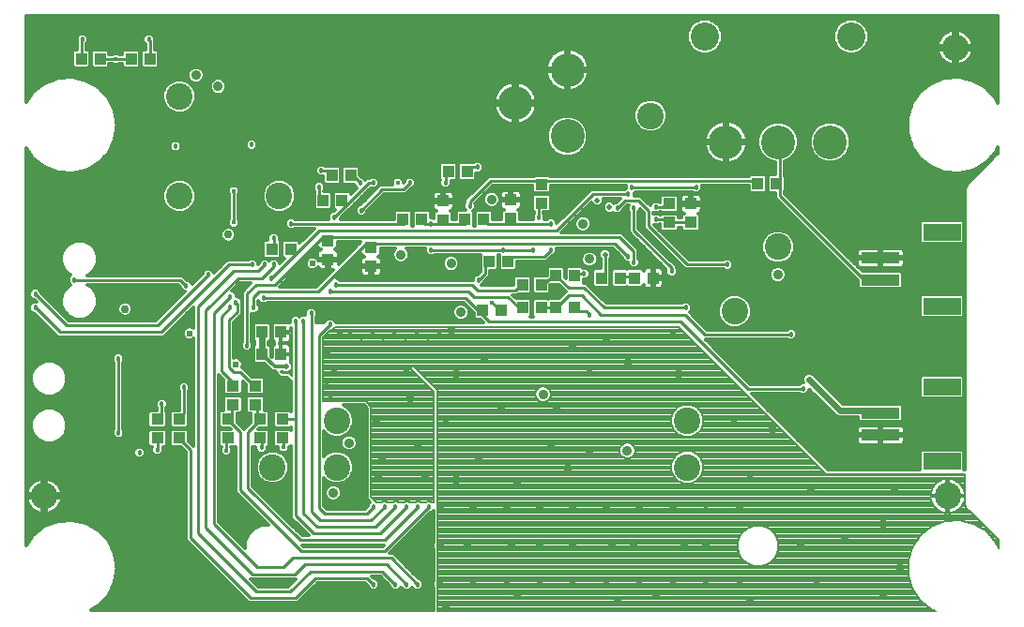
<source format=gbl>
G75*
G70*
%OFA0B0*%
%FSLAX24Y24*%
%IPPOS*%
%LPD*%
%AMOC8*
5,1,8,0,0,1.08239X$1,22.5*
%
%ADD10R,0.0394X0.0433*%
%ADD11R,0.0433X0.0394*%
%ADD12C,0.0945*%
%ADD13R,0.1339X0.0591*%
%ADD14R,0.1378X0.0394*%
%ADD15C,0.1200*%
%ADD16C,0.1005*%
%ADD17C,0.0354*%
%ADD18C,0.0295*%
%ADD19C,0.0172*%
%ADD20C,0.0180*%
%ADD21C,0.0200*%
%ADD22C,0.0120*%
%ADD23C,0.0240*%
%ADD24C,0.0100*%
%ADD25C,0.0080*%
%ADD26C,0.0240*%
D10*
X008999Y009727D03*
X009668Y009727D03*
X009668Y010514D03*
X008999Y010514D03*
X009353Y013467D03*
X010022Y013467D03*
X011164Y015199D03*
X011833Y015199D03*
X012148Y016105D03*
X011479Y016105D03*
X013999Y014530D03*
X014668Y014530D03*
X016203Y014530D03*
X016873Y014530D03*
X017069Y013034D03*
X017739Y013034D03*
X018251Y012207D03*
X018920Y012207D03*
X019432Y012522D03*
X020101Y012522D03*
X021046Y012443D03*
X021715Y012443D03*
X022227Y012443D03*
X022896Y012443D03*
X020101Y011380D03*
X019432Y011380D03*
X018920Y011380D03*
X018251Y011380D03*
X017503Y011302D03*
X016833Y011302D03*
X016282Y016223D03*
X015613Y016223D03*
X005022Y020239D03*
X004353Y020239D03*
X003251Y020239D03*
X002581Y020239D03*
X026597Y015790D03*
X027266Y015790D03*
D11*
X024235Y015081D03*
X023447Y015081D03*
X023447Y014412D03*
X024235Y014412D03*
X018940Y015101D03*
X018940Y015770D03*
X017837Y015219D03*
X017837Y014550D03*
X015436Y014510D03*
X015436Y015180D03*
X012877Y013526D03*
X012877Y012857D03*
X011341Y013093D03*
X011341Y013762D03*
X008762Y008605D03*
X008762Y007936D03*
X007975Y007936D03*
X007975Y008605D03*
X007798Y007424D03*
X007798Y006754D03*
X008940Y006754D03*
X008940Y007424D03*
X009727Y007424D03*
X009727Y006754D03*
X006066Y006754D03*
X006066Y007424D03*
X005278Y007424D03*
X005278Y006754D03*
D12*
X001262Y004688D03*
X009373Y005711D03*
X011656Y005711D03*
X011656Y007365D03*
X009609Y015357D03*
X006066Y015357D03*
X006066Y018900D03*
X022798Y018211D03*
X027325Y013546D03*
X025790Y011262D03*
X024097Y007365D03*
X024097Y005711D03*
X033349Y004688D03*
X033625Y020632D03*
D13*
X033152Y014077D03*
X033152Y011440D03*
X033152Y008566D03*
X033152Y005928D03*
D14*
X030967Y006853D03*
X030967Y007640D03*
X030967Y012365D03*
X030967Y013152D03*
D15*
X029176Y017274D03*
X027325Y017274D03*
X025475Y017274D03*
X019845Y017483D03*
X017995Y018664D03*
X019845Y019845D03*
D16*
X024727Y021026D03*
X029924Y021026D03*
D17*
X020396Y014373D03*
X020632Y013113D03*
X017148Y015239D03*
X013940Y013270D03*
X015711Y012955D03*
X016066Y011223D03*
X018979Y008310D03*
X021971Y006302D03*
X029884Y006853D03*
X030475Y005869D03*
X031066Y005869D03*
X032522Y006853D03*
X027325Y012562D03*
X012089Y006577D03*
X011538Y004806D03*
X007443Y017286D03*
X007443Y019254D03*
X008073Y019806D03*
X008506Y019806D03*
X006656Y019648D03*
D18*
X004688Y018388D03*
X004097Y019176D03*
X001341Y019766D03*
X005869Y016420D03*
X004688Y015239D03*
X003703Y016026D03*
X002365Y014609D03*
X001144Y016026D03*
X004294Y014058D03*
X004924Y013231D03*
X006262Y014058D03*
X006676Y013546D03*
X007798Y013979D03*
X007443Y014648D03*
X010396Y012758D03*
X012089Y013546D03*
X013428Y013349D03*
X013428Y014727D03*
X015121Y016814D03*
X016695Y015908D03*
X017443Y015632D03*
X017483Y016420D03*
X017089Y017404D03*
X018940Y016499D03*
X020436Y016420D03*
X021617Y016814D03*
X022758Y015278D03*
X023979Y013940D03*
X025160Y015436D03*
X026932Y015042D03*
X028310Y015829D03*
X030081Y015436D03*
X029688Y014451D03*
X031262Y014254D03*
X032443Y015632D03*
X031656Y016814D03*
X030869Y018782D03*
X028703Y020357D03*
X027719Y018979D03*
X026538Y018191D03*
X025160Y019176D03*
X025947Y019569D03*
X024176Y018388D03*
X022404Y019766D03*
X023782Y020554D03*
X021223Y021144D03*
X018270Y019963D03*
X017286Y020947D03*
X015121Y020751D03*
X014333Y019569D03*
X012758Y020160D03*
X010987Y019176D03*
X012562Y018585D03*
X011774Y017010D03*
X010003Y017010D03*
X008821Y018782D03*
X010003Y020554D03*
X016892Y018979D03*
X021026Y018585D03*
X028900Y012877D03*
X029688Y011695D03*
X030081Y010317D03*
X031459Y010121D03*
X029884Y009333D03*
X027522Y007955D03*
X027129Y007050D03*
X025751Y007247D03*
X023782Y009018D03*
X022010Y009412D03*
X021223Y010199D03*
X020042Y010003D03*
X020632Y009215D03*
X019451Y007837D03*
X019254Y006459D03*
X019845Y005672D03*
X020632Y006262D03*
X018073Y005081D03*
X017680Y004294D03*
X018861Y004294D03*
X020042Y004294D03*
X021223Y004294D03*
X022404Y004294D03*
X023585Y004294D03*
X023979Y002916D03*
X024766Y002916D03*
X025947Y004294D03*
X026341Y005475D03*
X028506Y004884D03*
X031066Y003703D03*
X029688Y003113D03*
X028113Y002916D03*
X028703Y001538D03*
X031066Y001144D03*
X031656Y002129D03*
X031459Y004884D03*
X028900Y007168D03*
X026538Y009727D03*
X026932Y011499D03*
X025869Y012562D03*
X023467Y011892D03*
X023585Y010396D03*
X018585Y011774D03*
X017168Y012286D03*
X015711Y010593D03*
X016892Y009609D03*
X015908Y009018D03*
X014136Y009215D03*
X014254Y008152D03*
X013073Y007325D03*
X014530Y006538D03*
X015514Y007443D03*
X016695Y006066D03*
X015908Y005278D03*
X014806Y005317D03*
X013270Y006066D03*
X013113Y005317D03*
X012168Y006184D03*
X012562Y004333D03*
X015317Y004294D03*
X016499Y004294D03*
X016302Y002916D03*
X015317Y002916D03*
X015317Y001538D03*
X015514Y000751D03*
X014924Y000711D03*
X016499Y001538D03*
X017680Y001538D03*
X018073Y001144D03*
X018861Y001538D03*
X020042Y001538D03*
X021223Y001538D03*
X021617Y000947D03*
X022404Y001538D03*
X022995Y001144D03*
X023585Y001538D03*
X024766Y001538D03*
X025947Y001538D03*
X026341Y000947D03*
X022207Y002916D03*
X021420Y002916D03*
X020042Y002916D03*
X018861Y002916D03*
X017877Y002916D03*
X012562Y001499D03*
X011971Y001499D03*
X011380Y001499D03*
X008191Y000751D03*
X005475Y002050D03*
X004097Y001853D03*
X005081Y003428D03*
X003506Y004412D03*
X002522Y004215D03*
X003113Y005987D03*
X001617Y006223D03*
X004569Y007680D03*
X005475Y008743D03*
X004491Y009491D03*
X005632Y009845D03*
X005672Y010357D03*
X004136Y011341D03*
X004136Y012069D03*
X005869Y011892D03*
X008113Y010475D03*
X011302Y009845D03*
X011577Y009215D03*
X011774Y010396D03*
X011617Y011026D03*
X008349Y007247D03*
X009333Y006420D03*
X007837Y005790D03*
X007640Y004373D03*
X008625Y004018D03*
X009806Y004294D03*
X002916Y008743D03*
X002916Y009924D03*
X000947Y010514D03*
X017483Y007837D03*
X032640Y012286D03*
X033428Y012877D03*
X033231Y009924D03*
X033231Y007365D03*
D19*
X022503Y014294D03*
X021479Y014176D03*
X017168Y011577D03*
X014688Y015829D03*
X013821Y015829D03*
X007995Y015534D03*
X007995Y014412D03*
X003802Y020239D03*
X007719Y006302D03*
X009766Y006420D03*
X011380Y002916D03*
X012562Y002916D03*
D20*
X012955Y004294D03*
X013349Y004294D03*
X013743Y004294D03*
X014136Y004294D03*
X014530Y004294D03*
X014924Y004294D03*
X014530Y001538D03*
X014136Y001538D03*
X013743Y001538D03*
X012955Y001538D03*
X008979Y006420D03*
X011420Y008231D03*
X011302Y008664D03*
X009884Y008861D03*
X009018Y009018D03*
X008034Y009688D03*
X008467Y010042D03*
X010199Y010908D03*
X010475Y010908D03*
X010751Y011184D03*
X011420Y010790D03*
X012522Y010160D03*
X013310Y010160D03*
X014097Y010160D03*
X014884Y010160D03*
X014884Y011499D03*
X014097Y011499D03*
X013310Y011499D03*
X012522Y011499D03*
X011617Y012207D03*
X011420Y011971D03*
X009333Y012443D03*
X009412Y012916D03*
X009097Y012916D03*
X008664Y012916D03*
X009412Y013861D03*
X010042Y014373D03*
X011577Y014609D03*
X012522Y014845D03*
X012483Y015829D03*
X012955Y015829D03*
X014254Y015829D03*
X015514Y015829D03*
X016380Y015003D03*
X015003Y014373D03*
X015003Y013428D03*
X016695Y012365D03*
X017562Y013428D03*
X018625Y013428D03*
X019254Y013428D03*
X019569Y013428D03*
X019845Y013428D03*
X020436Y012601D03*
X020593Y012325D03*
X021774Y011971D03*
X020632Y011144D03*
X022207Y012995D03*
X022010Y013191D03*
X023546Y012680D03*
X024058Y011380D03*
X025514Y012916D03*
X026341Y013979D03*
X024412Y015672D03*
X022995Y014963D03*
X022995Y014530D03*
X022207Y014924D03*
X022010Y015436D03*
X022129Y015672D03*
X022798Y016321D03*
X021617Y014924D03*
X019254Y014373D03*
X018821Y014609D03*
X016656Y016380D03*
X011105Y016262D03*
X011026Y015672D03*
X008625Y017188D03*
X005928Y017129D03*
X004983Y020928D03*
X002621Y020928D03*
X007089Y012562D03*
X006302Y012168D03*
X007877Y011774D03*
X008073Y011577D03*
X008231Y011774D03*
X008900Y011538D03*
X008703Y011380D03*
X009058Y011735D03*
X007877Y011380D03*
X006223Y008546D03*
X005436Y007955D03*
X003900Y006932D03*
X004648Y006223D03*
X005278Y006341D03*
X003900Y009569D03*
X000947Y011380D03*
X000947Y011873D03*
X002325Y012365D03*
X024766Y004294D03*
X028231Y008506D03*
X028428Y008821D03*
X027798Y010436D03*
X027424Y010967D03*
D21*
X021184Y013270D03*
X021341Y014963D03*
X020908Y015199D03*
X015278Y011144D03*
X014491Y011144D03*
X013703Y011144D03*
X012916Y011144D03*
X012916Y010514D03*
X013703Y010514D03*
X014491Y010514D03*
X015278Y010514D03*
X012129Y010514D03*
X012129Y011144D03*
X009963Y010121D03*
X009648Y010121D03*
X009845Y009294D03*
D22*
X003201Y000784D02*
X002917Y000620D01*
X015079Y000620D01*
X015079Y001415D01*
X015050Y001485D01*
X015050Y001591D01*
X015079Y001661D01*
X015079Y002793D01*
X015050Y002863D01*
X015050Y002969D01*
X015079Y003039D01*
X015079Y004152D01*
X015011Y004084D01*
X014954Y004084D01*
X013523Y002653D01*
X013656Y002653D01*
X013755Y002553D01*
X014560Y001748D01*
X014617Y001748D01*
X014740Y001625D01*
X014740Y001451D01*
X014617Y001328D01*
X014443Y001328D01*
X014333Y001438D01*
X014223Y001328D01*
X014049Y001328D01*
X013940Y001438D01*
X013830Y001328D01*
X013656Y001328D01*
X013533Y001451D01*
X013533Y001508D01*
X013200Y001840D01*
X012893Y001840D01*
X012986Y001748D01*
X013042Y001748D01*
X013165Y001625D01*
X013165Y001451D01*
X013042Y001328D01*
X012868Y001328D01*
X012745Y001451D01*
X012745Y001508D01*
X012649Y001604D01*
X010978Y001604D01*
X010270Y000896D01*
X008515Y000896D01*
X008415Y000995D01*
X006289Y003121D01*
X006289Y006271D01*
X006122Y006438D01*
X005799Y006438D01*
X005729Y006508D01*
X005729Y007001D01*
X005799Y007071D01*
X006332Y007071D01*
X006402Y007001D01*
X006402Y006639D01*
X006530Y006511D01*
X006565Y006476D01*
X006565Y010281D01*
X006556Y010271D01*
X006468Y010235D01*
X006372Y010235D01*
X006284Y010271D01*
X006216Y010339D01*
X006180Y010427D01*
X006180Y010523D01*
X006216Y010611D01*
X006284Y010678D01*
X006372Y010715D01*
X006468Y010715D01*
X006556Y010678D01*
X006565Y010669D01*
X006565Y011403D01*
X005606Y010444D01*
X005506Y010344D01*
X001743Y010344D01*
X001644Y010444D01*
X000917Y011170D01*
X000860Y011170D01*
X000737Y011293D01*
X000737Y011467D01*
X000860Y011590D01*
X000989Y011590D01*
X000917Y011663D01*
X000860Y011663D01*
X000737Y011786D01*
X000737Y011960D01*
X000860Y012083D01*
X001034Y012083D01*
X001157Y011960D01*
X001157Y011903D01*
X002120Y010940D01*
X005227Y010940D01*
X006245Y011958D01*
X006215Y011958D01*
X006092Y012081D01*
X006092Y012137D01*
X006034Y012195D01*
X002807Y012195D01*
X002888Y012162D01*
X003069Y011980D01*
X003167Y011743D01*
X003167Y011486D01*
X003069Y011249D01*
X002888Y011068D01*
X002651Y010970D01*
X002394Y010970D01*
X002157Y011068D01*
X001975Y011249D01*
X001877Y011486D01*
X001877Y011743D01*
X001975Y011980D01*
X002157Y012162D01*
X002210Y012183D01*
X002115Y012278D01*
X002115Y012452D01*
X002210Y012546D01*
X002157Y012568D01*
X001975Y012749D01*
X001877Y012986D01*
X001877Y013243D01*
X001975Y013480D01*
X002157Y013662D01*
X002394Y013760D01*
X002651Y013760D01*
X002888Y013662D01*
X003069Y013480D01*
X003167Y013243D01*
X003167Y012986D01*
X003069Y012749D01*
X002888Y012568D01*
X002807Y012535D01*
X006175Y012535D01*
X006332Y012378D01*
X006389Y012378D01*
X006512Y012255D01*
X006512Y012225D01*
X006879Y012592D01*
X006879Y012649D01*
X007002Y012772D01*
X007176Y012772D01*
X007299Y012649D01*
X007299Y012618D01*
X007667Y012986D01*
X007767Y013086D01*
X008537Y013086D01*
X008577Y013126D01*
X008751Y013126D01*
X008874Y013003D01*
X008874Y012933D01*
X008887Y012946D01*
X008887Y013003D01*
X009010Y013126D01*
X009184Y013126D01*
X009254Y013055D01*
X009325Y013126D01*
X009499Y013126D01*
X009622Y013003D01*
X009622Y012973D01*
X009780Y013131D01*
X009776Y013131D01*
X009705Y013201D01*
X009705Y013733D01*
X009776Y013804D01*
X010269Y013804D01*
X010339Y013733D01*
X010339Y013690D01*
X010852Y014203D01*
X010169Y014203D01*
X010129Y014163D01*
X009955Y014163D01*
X009832Y014286D01*
X009832Y014460D01*
X009955Y014583D01*
X010129Y014583D01*
X010169Y014543D01*
X011367Y014543D01*
X011367Y014696D01*
X011490Y014819D01*
X011547Y014819D01*
X011591Y014863D01*
X011587Y014863D01*
X011516Y014933D01*
X011516Y015466D01*
X011587Y015536D01*
X012080Y015536D01*
X012150Y015466D01*
X012150Y015422D01*
X012372Y015644D01*
X012273Y015742D01*
X012273Y015768D01*
X011902Y015768D01*
X011831Y015839D01*
X011831Y016371D01*
X011902Y016441D01*
X012395Y016441D01*
X012465Y016371D01*
X012465Y016088D01*
X012513Y016039D01*
X012570Y016039D01*
X012868Y016039D01*
X012828Y015999D01*
X012727Y015999D01*
X012669Y015941D01*
X012570Y016039D01*
X012465Y016158D02*
X015296Y016158D01*
X015296Y016276D02*
X012465Y016276D01*
X012442Y016395D02*
X015296Y016395D01*
X015296Y016489D02*
X015366Y016560D01*
X015859Y016560D01*
X015930Y016489D01*
X015930Y015957D01*
X015859Y015886D01*
X015724Y015886D01*
X015724Y015742D01*
X015601Y015619D01*
X015427Y015619D01*
X015304Y015742D01*
X015304Y015916D01*
X015320Y015932D01*
X015296Y015957D01*
X015296Y016489D01*
X015320Y016513D02*
X003168Y016513D01*
X003201Y016532D02*
X003201Y016532D01*
X003550Y016908D01*
X003772Y017370D01*
X003849Y017877D01*
X003772Y018384D01*
X003550Y018845D01*
X003201Y019221D01*
X002757Y019478D01*
X002257Y019592D01*
X001746Y019553D01*
X001746Y019553D01*
X001269Y019366D01*
X001269Y019366D01*
X000868Y019046D01*
X000620Y018683D01*
X000620Y021747D01*
X035133Y021747D01*
X035133Y018664D01*
X035046Y018845D01*
X035046Y018845D01*
X034697Y019221D01*
X034253Y019478D01*
X033753Y019592D01*
X033242Y019553D01*
X032765Y019366D01*
X032364Y019046D01*
X032075Y018623D01*
X031924Y018133D01*
X031924Y017620D01*
X032075Y017130D01*
X032364Y016707D01*
X032765Y016387D01*
X033242Y016200D01*
X033753Y016161D01*
X034253Y016275D01*
X034697Y016532D01*
X035046Y016908D01*
X035133Y017089D01*
X035133Y016886D01*
X034022Y015775D01*
X033952Y015606D01*
X033952Y005635D01*
X033941Y005635D01*
X033941Y006273D01*
X033871Y006343D01*
X032433Y006343D01*
X032363Y006273D01*
X032363Y005635D01*
X029085Y005635D01*
X026383Y008336D01*
X028104Y008336D01*
X028144Y008296D01*
X028318Y008296D01*
X028441Y008419D01*
X028441Y008469D01*
X029327Y007583D01*
X029394Y007516D01*
X029482Y007479D01*
X030158Y007479D01*
X030158Y007394D01*
X030228Y007323D01*
X031706Y007323D01*
X031776Y007394D01*
X031776Y007887D01*
X031706Y007957D01*
X030370Y007957D01*
X030365Y007959D01*
X029629Y007959D01*
X028564Y009025D01*
X028475Y009061D01*
X028380Y009061D01*
X028292Y009025D01*
X028224Y008957D01*
X028188Y008869D01*
X028188Y008774D01*
X028211Y008716D01*
X028144Y008716D01*
X028104Y008676D01*
X026333Y008676D01*
X024744Y010266D01*
X027671Y010266D01*
X027711Y010226D01*
X027885Y010226D01*
X028008Y010349D01*
X028008Y010523D01*
X027885Y010646D01*
X027711Y010646D01*
X027671Y010606D01*
X024797Y010606D01*
X024189Y011214D01*
X024268Y011293D01*
X024268Y011467D01*
X024145Y011590D01*
X023971Y011590D01*
X023931Y011550D01*
X021215Y011550D01*
X020506Y012259D01*
X020418Y012259D01*
X020418Y012391D01*
X020523Y012391D01*
X020646Y012514D01*
X020646Y012688D01*
X020523Y012811D01*
X020395Y012811D01*
X020348Y012859D01*
X019854Y012859D01*
X019784Y012788D01*
X019784Y012430D01*
X019749Y012465D01*
X019749Y012788D01*
X019678Y012859D01*
X019185Y012859D01*
X019115Y012788D01*
X019115Y012544D01*
X019114Y012544D01*
X018673Y012544D01*
X018603Y012473D01*
X018603Y011941D01*
X018673Y011871D01*
X019166Y011871D01*
X019237Y011941D01*
X019237Y012185D01*
X019237Y012186D01*
X019547Y012186D01*
X019714Y012019D01*
X019782Y011951D01*
X019714Y011884D01*
X019547Y011717D01*
X019185Y011717D01*
X019176Y011708D01*
X019166Y011717D01*
X018673Y011717D01*
X018603Y011647D01*
X018603Y011114D01*
X018639Y011078D01*
X018531Y011078D01*
X018567Y011114D01*
X018567Y011647D01*
X018497Y011717D01*
X018017Y011717D01*
X017893Y011840D01*
X018065Y011840D01*
X018095Y011871D01*
X018497Y011871D01*
X018567Y011941D01*
X018567Y012473D01*
X018497Y012544D01*
X018004Y012544D01*
X017934Y012473D01*
X017934Y012190D01*
X017924Y012180D01*
X016808Y012180D01*
X016905Y012278D01*
X016905Y012334D01*
X017002Y012431D01*
X017102Y012531D01*
X017102Y012697D01*
X017316Y012697D01*
X017386Y012768D01*
X017386Y013258D01*
X017422Y013258D01*
X017422Y012768D01*
X017492Y012697D01*
X017985Y012697D01*
X018056Y012768D01*
X018056Y013021D01*
X019089Y013021D01*
X019285Y013218D01*
X019341Y013218D01*
X019464Y013341D01*
X019464Y013494D01*
X021468Y013494D01*
X021800Y013161D01*
X021800Y013105D01*
X021923Y012981D01*
X021997Y012981D01*
X021997Y012908D01*
X022120Y012785D01*
X022294Y012785D01*
X022417Y012908D01*
X022417Y013082D01*
X022377Y013122D01*
X022377Y013459D01*
X021865Y013971D01*
X021766Y014070D01*
X019626Y014070D01*
X020688Y015133D01*
X020688Y015108D01*
X020817Y014979D01*
X020999Y014979D01*
X021128Y015108D01*
X021128Y015266D01*
X021718Y015266D01*
X021586Y015134D01*
X021530Y015134D01*
X021506Y015110D01*
X021432Y015183D01*
X021250Y015183D01*
X021121Y015054D01*
X021121Y014872D01*
X021250Y014743D01*
X021432Y014743D01*
X021466Y014777D01*
X021530Y014714D01*
X021704Y014714D01*
X021827Y014837D01*
X021827Y014893D01*
X021963Y015029D01*
X022016Y015029D01*
X021997Y015011D01*
X021997Y014837D01*
X022037Y014797D01*
X022037Y014066D01*
X022137Y013966D01*
X023336Y012767D01*
X023336Y012767D01*
X023336Y012593D01*
X023459Y012470D01*
X023633Y012470D01*
X023756Y012593D01*
X023756Y012767D01*
X023716Y012807D01*
X023716Y012868D01*
X022377Y014207D01*
X022377Y014797D01*
X022417Y014837D01*
X022417Y014906D01*
X022549Y014775D01*
X022549Y014223D01*
X024027Y012746D01*
X025387Y012746D01*
X025427Y012706D01*
X025601Y012706D01*
X025724Y012829D01*
X025724Y013003D01*
X025601Y013126D01*
X025427Y013126D01*
X025387Y013086D01*
X024167Y013086D01*
X022933Y014320D01*
X023082Y014320D01*
X023111Y014349D01*
X023111Y014165D01*
X023181Y014095D01*
X023714Y014095D01*
X023784Y014165D01*
X023784Y014242D01*
X023898Y014242D01*
X023898Y014165D01*
X023969Y014095D01*
X024501Y014095D01*
X024571Y014165D01*
X024571Y014659D01*
X024501Y014729D01*
X024489Y014729D01*
X024513Y014735D01*
X024550Y014756D01*
X024579Y014786D01*
X024600Y014823D01*
X024611Y014863D01*
X024611Y015043D01*
X024273Y015043D01*
X024273Y015120D01*
X024196Y015120D01*
X024196Y015043D01*
X023858Y015043D01*
X023858Y014863D01*
X023869Y014823D01*
X023890Y014786D01*
X023920Y014756D01*
X023957Y014735D01*
X023981Y014729D01*
X023969Y014729D01*
X023898Y014659D01*
X023898Y014582D01*
X023784Y014582D01*
X023784Y014659D01*
X023714Y014729D01*
X023181Y014729D01*
X023152Y014700D01*
X023122Y014700D01*
X023082Y014740D01*
X022908Y014740D01*
X022889Y014721D01*
X022889Y014772D01*
X022908Y014753D01*
X023082Y014753D01*
X023122Y014793D01*
X023152Y014793D01*
X023181Y014764D01*
X023714Y014764D01*
X023784Y014835D01*
X023784Y015328D01*
X023714Y015398D01*
X023181Y015398D01*
X023111Y015328D01*
X022476Y015328D01*
X022435Y015369D02*
X022220Y015369D01*
X022220Y015467D01*
X022255Y015502D01*
X024285Y015502D01*
X024325Y015462D01*
X024499Y015462D01*
X024622Y015585D01*
X024622Y015738D01*
X026280Y015738D01*
X026280Y015524D01*
X026350Y015453D01*
X026844Y015453D01*
X026914Y015524D01*
X026914Y016056D01*
X026844Y016126D01*
X026350Y016126D01*
X026302Y016078D01*
X019215Y016078D01*
X019206Y016087D01*
X018673Y016087D01*
X018664Y016078D01*
X017058Y016078D01*
X016310Y015330D01*
X016210Y015230D01*
X016210Y015130D01*
X016170Y015090D01*
X016170Y014916D01*
X016219Y014867D01*
X015957Y014867D01*
X015886Y014796D01*
X015886Y014543D01*
X015772Y014543D01*
X015772Y014757D01*
X015702Y014827D01*
X015690Y014827D01*
X015714Y014834D01*
X015750Y014855D01*
X015780Y014885D01*
X015801Y014921D01*
X015812Y014962D01*
X015812Y015141D01*
X015474Y015141D01*
X015474Y015218D01*
X015812Y015218D01*
X015812Y015398D01*
X015801Y015438D01*
X015780Y015475D01*
X015750Y015505D01*
X015714Y015526D01*
X015673Y015537D01*
X015474Y015537D01*
X015474Y015218D01*
X015397Y015218D01*
X015397Y015141D01*
X015059Y015141D01*
X015059Y014962D01*
X015070Y014921D01*
X015091Y014885D01*
X015121Y014855D01*
X015157Y014834D01*
X015182Y014827D01*
X015169Y014827D01*
X015099Y014757D01*
X015099Y014573D01*
X015090Y014583D01*
X014985Y014583D01*
X014985Y014796D01*
X014914Y014867D01*
X014421Y014867D01*
X014351Y014796D01*
X014351Y014306D01*
X014315Y014306D01*
X014315Y014796D01*
X014245Y014867D01*
X013752Y014867D01*
X013682Y014796D01*
X013682Y014543D01*
X011787Y014543D01*
X011787Y014578D01*
X012002Y014793D01*
X012072Y014863D01*
X012080Y014863D01*
X012150Y014933D01*
X012150Y014941D01*
X012848Y015639D01*
X012868Y015619D01*
X013042Y015619D01*
X013165Y015742D01*
X013165Y015916D01*
X013042Y016039D01*
X012868Y016039D01*
X013043Y016039D02*
X014167Y016039D01*
X014168Y016039D02*
X014044Y015916D01*
X014044Y015860D01*
X014027Y015843D01*
X014027Y015915D01*
X013907Y016035D01*
X013736Y016035D01*
X013615Y015915D01*
X013615Y015763D01*
X013200Y015763D01*
X013100Y015663D01*
X012492Y015055D01*
X012435Y015055D01*
X012312Y014932D01*
X012312Y014758D01*
X012435Y014635D01*
X012609Y014635D01*
X012732Y014758D01*
X012732Y014815D01*
X013341Y015423D01*
X014089Y015423D01*
X014285Y015619D01*
X014341Y015619D01*
X014464Y015742D01*
X014464Y015916D01*
X014341Y016039D01*
X014168Y016039D01*
X014049Y015921D02*
X014022Y015921D01*
X014342Y016039D02*
X015296Y016039D01*
X015309Y015921D02*
X014460Y015921D01*
X014464Y015802D02*
X015304Y015802D01*
X015363Y015684D02*
X014406Y015684D01*
X014231Y015565D02*
X016545Y015565D01*
X016427Y015447D02*
X015796Y015447D01*
X015812Y015328D02*
X016308Y015328D01*
X016210Y015210D02*
X015474Y015210D01*
X015397Y015210D02*
X013127Y015210D01*
X013246Y015328D02*
X015059Y015328D01*
X015059Y015398D02*
X015059Y015218D01*
X015397Y015218D01*
X015397Y015537D01*
X015198Y015537D01*
X015157Y015526D01*
X015121Y015505D01*
X015091Y015475D01*
X015070Y015438D01*
X015059Y015398D01*
X015075Y015447D02*
X014112Y015447D01*
X013615Y015802D02*
X013165Y015802D01*
X013161Y015921D02*
X013621Y015921D01*
X013120Y015684D02*
X013107Y015684D01*
X013002Y015565D02*
X012774Y015565D01*
X012883Y015447D02*
X012655Y015447D01*
X012765Y015328D02*
X012537Y015328D01*
X012646Y015210D02*
X012418Y015210D01*
X012528Y015091D02*
X012300Y015091D01*
X012353Y014973D02*
X012181Y014973D01*
X012063Y014854D02*
X012312Y014854D01*
X012335Y014736D02*
X011944Y014736D01*
X011826Y014617D02*
X013682Y014617D01*
X013682Y014736D02*
X012710Y014736D01*
X012772Y014854D02*
X013739Y014854D01*
X014258Y014854D02*
X014409Y014854D01*
X014351Y014736D02*
X014315Y014736D01*
X014315Y014617D02*
X014351Y014617D01*
X014351Y014499D02*
X014315Y014499D01*
X014315Y014380D02*
X014351Y014380D01*
X014985Y014617D02*
X015099Y014617D01*
X015099Y014736D02*
X014985Y014736D01*
X014927Y014854D02*
X015122Y014854D01*
X015059Y014973D02*
X012890Y014973D01*
X013009Y015091D02*
X015059Y015091D01*
X015397Y015328D02*
X015474Y015328D01*
X015474Y015447D02*
X015397Y015447D01*
X015666Y015684D02*
X016664Y015684D01*
X016782Y015802D02*
X015724Y015802D01*
X015893Y015921D02*
X016001Y015921D01*
X016035Y015886D02*
X016529Y015886D01*
X016599Y015957D01*
X016599Y016170D01*
X016743Y016170D01*
X016866Y016293D01*
X016866Y016467D01*
X016743Y016590D01*
X016569Y016590D01*
X016533Y016555D01*
X016529Y016560D01*
X016035Y016560D01*
X015965Y016489D01*
X015965Y015957D01*
X016035Y015886D01*
X015965Y016039D02*
X015930Y016039D01*
X015930Y016158D02*
X015965Y016158D01*
X015965Y016276D02*
X015930Y016276D01*
X015930Y016395D02*
X015965Y016395D01*
X015989Y016513D02*
X015906Y016513D01*
X016599Y016158D02*
X027234Y016158D01*
X027234Y016126D02*
X027020Y016126D01*
X026949Y016056D01*
X026949Y015524D01*
X027020Y015453D01*
X027234Y015453D01*
X027234Y015286D01*
X027334Y015187D01*
X030158Y012362D01*
X030158Y012118D01*
X030228Y012048D01*
X031706Y012048D01*
X031776Y012118D01*
X031776Y012611D01*
X031706Y012682D01*
X030320Y012682D01*
X027574Y015427D01*
X027574Y015515D01*
X027583Y015524D01*
X027583Y016056D01*
X027574Y016065D01*
X027574Y016598D01*
X027733Y016664D01*
X027936Y016866D01*
X028045Y017131D01*
X028045Y017417D01*
X027936Y017682D01*
X027733Y017885D01*
X027469Y017994D01*
X027182Y017994D01*
X026918Y017885D01*
X026715Y017682D01*
X026605Y017417D01*
X026605Y017131D01*
X026715Y016866D01*
X026918Y016664D01*
X027182Y016554D01*
X027234Y016554D01*
X027234Y016126D01*
X027234Y016276D02*
X016849Y016276D01*
X016866Y016395D02*
X027234Y016395D01*
X027234Y016513D02*
X016820Y016513D01*
X017019Y016039D02*
X016599Y016039D01*
X016563Y015921D02*
X016901Y015921D01*
X017144Y015684D02*
X018603Y015684D01*
X018603Y015738D02*
X018603Y015524D01*
X018673Y015453D01*
X019206Y015453D01*
X019276Y015524D01*
X019276Y015738D01*
X021919Y015738D01*
X021919Y015641D01*
X021883Y015606D01*
X020680Y015606D01*
X020581Y015506D01*
X019464Y014390D01*
X019464Y014460D01*
X019341Y014583D01*
X019168Y014583D01*
X019128Y014543D01*
X019031Y014543D01*
X019031Y014696D01*
X018991Y014736D01*
X018991Y014784D01*
X019206Y014784D01*
X019276Y014854D01*
X019929Y014854D01*
X020047Y014973D02*
X019276Y014973D01*
X019276Y015091D02*
X020166Y015091D01*
X020284Y015210D02*
X019276Y015210D01*
X019276Y015328D02*
X020403Y015328D01*
X020521Y015447D02*
X018211Y015447D01*
X018214Y015437D02*
X018203Y015478D01*
X018182Y015514D01*
X018152Y015544D01*
X018115Y015565D01*
X018603Y015565D01*
X018673Y015418D02*
X018603Y015348D01*
X018603Y014854D01*
X018116Y014854D01*
X018103Y014867D02*
X018091Y014867D01*
X018115Y014873D01*
X018152Y014894D01*
X018182Y014924D01*
X018203Y014960D01*
X018214Y015001D01*
X018214Y015181D01*
X017876Y015181D01*
X017876Y015257D01*
X018214Y015257D01*
X018214Y015437D01*
X018214Y015328D02*
X018603Y015328D01*
X018673Y015418D02*
X019206Y015418D01*
X019276Y015348D01*
X019276Y014854D01*
X018992Y014736D02*
X019810Y014736D01*
X019692Y014617D02*
X019031Y014617D01*
X018651Y014736D02*
X018611Y014696D01*
X018611Y014543D01*
X018174Y014543D01*
X018174Y014796D01*
X018103Y014867D01*
X018206Y014973D02*
X018603Y014973D01*
X018603Y015091D02*
X018214Y015091D01*
X018174Y014736D02*
X018651Y014736D01*
X018651Y014806D01*
X018603Y014854D01*
X018611Y014617D02*
X018174Y014617D01*
X017583Y014867D02*
X017571Y014867D01*
X017501Y014796D01*
X017501Y014543D01*
X017189Y014543D01*
X017189Y014796D01*
X017119Y014867D01*
X016626Y014867D01*
X016556Y014796D01*
X016556Y014306D01*
X016520Y014306D01*
X016520Y014796D01*
X016496Y014821D01*
X016590Y014916D01*
X016590Y015090D01*
X016570Y015110D01*
X017199Y015738D01*
X018603Y015738D01*
X019276Y015684D02*
X021919Y015684D01*
X022220Y015447D02*
X027234Y015447D01*
X027234Y015328D02*
X024604Y015328D01*
X024600Y015340D02*
X024579Y015376D01*
X024550Y015406D01*
X024513Y015427D01*
X024472Y015438D01*
X024273Y015438D01*
X024273Y015120D01*
X024611Y015120D01*
X024611Y015299D01*
X024600Y015340D01*
X024611Y015210D02*
X027311Y015210D01*
X027429Y015091D02*
X024273Y015091D01*
X024196Y015091D02*
X023784Y015091D01*
X023858Y015120D02*
X024196Y015120D01*
X024196Y015438D01*
X023997Y015438D01*
X023957Y015427D01*
X023920Y015406D01*
X023890Y015376D01*
X023869Y015340D01*
X023858Y015299D01*
X023858Y015120D01*
X023858Y015210D02*
X023784Y015210D01*
X023784Y015328D02*
X023866Y015328D01*
X024196Y015328D02*
X024273Y015328D01*
X024273Y015210D02*
X024196Y015210D01*
X023858Y014973D02*
X023784Y014973D01*
X023784Y014854D02*
X023861Y014854D01*
X023956Y014736D02*
X023086Y014736D01*
X022903Y014736D02*
X022889Y014736D01*
X022785Y015020D02*
X022435Y015369D01*
X022595Y015210D02*
X023111Y015210D01*
X023082Y015173D02*
X022908Y015173D01*
X022785Y015050D01*
X022785Y015020D01*
X022826Y015091D02*
X022713Y015091D01*
X022470Y014854D02*
X022417Y014854D01*
X022377Y014736D02*
X022549Y014736D01*
X022549Y014617D02*
X022377Y014617D01*
X022377Y014499D02*
X022549Y014499D01*
X022549Y014380D02*
X022377Y014380D01*
X022377Y014262D02*
X022549Y014262D01*
X022629Y014143D02*
X022441Y014143D01*
X022560Y014025D02*
X022748Y014025D01*
X022678Y013906D02*
X022866Y013906D01*
X022797Y013788D02*
X022985Y013788D01*
X022915Y013669D02*
X023103Y013669D01*
X023034Y013551D02*
X023222Y013551D01*
X023152Y013432D02*
X023340Y013432D01*
X023271Y013314D02*
X023459Y013314D01*
X023389Y013195D02*
X023577Y013195D01*
X023508Y013077D02*
X023696Y013077D01*
X023626Y012958D02*
X023814Y012958D01*
X023716Y012840D02*
X023933Y012840D01*
X023756Y012721D02*
X025412Y012721D01*
X025616Y012721D02*
X027070Y012721D01*
X027073Y012730D02*
X027028Y012621D01*
X027028Y012502D01*
X027073Y012393D01*
X027157Y012310D01*
X027266Y012264D01*
X027384Y012264D01*
X027494Y012310D01*
X027577Y012393D01*
X027623Y012502D01*
X027623Y012621D01*
X027577Y012730D01*
X027494Y012813D01*
X027384Y012859D01*
X027266Y012859D01*
X027157Y012813D01*
X027073Y012730D01*
X027028Y012603D02*
X023756Y012603D01*
X023647Y012484D02*
X027036Y012484D01*
X027101Y012366D02*
X023253Y012366D01*
X023253Y012405D02*
X022935Y012405D01*
X022935Y012482D01*
X023253Y012482D01*
X023253Y012681D01*
X023242Y012722D01*
X023221Y012758D01*
X023191Y012788D01*
X023155Y012809D01*
X023114Y012820D01*
X022935Y012820D01*
X022935Y012482D01*
X022858Y012482D01*
X022858Y012820D01*
X022678Y012820D01*
X022638Y012809D01*
X022601Y012788D01*
X022571Y012758D01*
X022550Y012722D01*
X022544Y012698D01*
X022544Y012710D01*
X022473Y012780D01*
X021980Y012780D01*
X021971Y012771D01*
X021962Y012780D01*
X021469Y012780D01*
X021398Y012710D01*
X021398Y012177D01*
X021469Y012107D01*
X021962Y012107D01*
X021971Y012116D01*
X021980Y012107D01*
X022473Y012107D01*
X022544Y012177D01*
X022544Y012189D01*
X022550Y012165D01*
X022571Y012129D01*
X022601Y012099D01*
X022638Y012078D01*
X022678Y012067D01*
X022858Y012067D01*
X022858Y012405D01*
X022935Y012405D01*
X022935Y012067D01*
X023114Y012067D01*
X023155Y012078D01*
X023191Y012099D01*
X023221Y012129D01*
X023242Y012165D01*
X023253Y012206D01*
X023253Y012405D01*
X023253Y012484D02*
X023445Y012484D01*
X023336Y012603D02*
X023253Y012603D01*
X023242Y012721D02*
X023336Y012721D01*
X023264Y012840D02*
X022349Y012840D01*
X022417Y012958D02*
X023145Y012958D01*
X023027Y013077D02*
X022417Y013077D01*
X022377Y013195D02*
X022908Y013195D01*
X022790Y013314D02*
X022377Y013314D01*
X022377Y013432D02*
X022671Y013432D01*
X022553Y013551D02*
X022285Y013551D01*
X022167Y013669D02*
X022434Y013669D01*
X022316Y013788D02*
X022048Y013788D01*
X021930Y013906D02*
X022197Y013906D01*
X022079Y014025D02*
X021811Y014025D01*
X022037Y014143D02*
X020587Y014143D01*
X020565Y014121D02*
X020648Y014204D01*
X020693Y014313D01*
X020693Y014432D01*
X020648Y014541D01*
X020565Y014625D01*
X020455Y014670D01*
X020337Y014670D01*
X020228Y014625D01*
X020144Y014541D01*
X020099Y014432D01*
X020099Y014313D01*
X020144Y014204D01*
X020228Y014121D01*
X020337Y014075D01*
X020455Y014075D01*
X020565Y014121D01*
X020672Y014262D02*
X022037Y014262D01*
X022037Y014380D02*
X020693Y014380D01*
X020666Y014499D02*
X022037Y014499D01*
X022037Y014617D02*
X020572Y014617D01*
X020409Y014854D02*
X021139Y014854D01*
X021121Y014973D02*
X020528Y014973D01*
X020646Y015091D02*
X020705Y015091D01*
X020291Y014736D02*
X021508Y014736D01*
X021725Y014736D02*
X022037Y014736D01*
X021997Y014854D02*
X021827Y014854D01*
X021906Y014973D02*
X021997Y014973D01*
X021662Y015210D02*
X021128Y015210D01*
X021111Y015091D02*
X021158Y015091D01*
X020640Y015565D02*
X019276Y015565D01*
X018603Y015210D02*
X017876Y015210D01*
X017876Y015257D02*
X017799Y015257D01*
X017799Y015181D01*
X017461Y015181D01*
X017461Y015001D01*
X017472Y014960D01*
X017493Y014924D01*
X017522Y014894D01*
X017559Y014873D01*
X017583Y014867D01*
X017558Y014854D02*
X017132Y014854D01*
X017089Y014942D02*
X017207Y014942D01*
X017317Y014987D01*
X017400Y015070D01*
X017445Y015180D01*
X017445Y015298D01*
X017400Y015407D01*
X017317Y015491D01*
X017207Y015536D01*
X017089Y015536D01*
X016980Y015491D01*
X016896Y015407D01*
X016851Y015298D01*
X016851Y015180D01*
X016896Y015070D01*
X016980Y014987D01*
X017089Y014942D01*
X017014Y014973D02*
X016590Y014973D01*
X016589Y015091D02*
X016888Y015091D01*
X016851Y015210D02*
X016670Y015210D01*
X016789Y015328D02*
X016864Y015328D01*
X016907Y015447D02*
X016936Y015447D01*
X017026Y015565D02*
X017559Y015565D01*
X017522Y015544D01*
X017493Y015514D01*
X017472Y015478D01*
X017461Y015437D01*
X017461Y015257D01*
X017799Y015257D01*
X017799Y015576D01*
X017600Y015576D01*
X017559Y015565D01*
X017463Y015447D02*
X017361Y015447D01*
X017433Y015328D02*
X017461Y015328D01*
X017445Y015210D02*
X017799Y015210D01*
X017876Y015257D02*
X017876Y015576D01*
X018075Y015576D01*
X018115Y015565D01*
X017876Y015565D02*
X017799Y015565D01*
X017799Y015447D02*
X017876Y015447D01*
X017876Y015328D02*
X017799Y015328D01*
X017461Y015091D02*
X017409Y015091D01*
X017468Y014973D02*
X017282Y014973D01*
X017189Y014736D02*
X017501Y014736D01*
X017501Y014617D02*
X017189Y014617D01*
X016613Y014854D02*
X016529Y014854D01*
X016520Y014736D02*
X016556Y014736D01*
X016556Y014617D02*
X016520Y014617D01*
X016520Y014499D02*
X016556Y014499D01*
X016556Y014380D02*
X016520Y014380D01*
X015886Y014617D02*
X015772Y014617D01*
X015772Y014736D02*
X015886Y014736D01*
X015944Y014854D02*
X015749Y014854D01*
X015812Y014973D02*
X016170Y014973D01*
X016172Y015091D02*
X015812Y015091D01*
X014793Y013494D02*
X014136Y013494D01*
X014191Y013439D01*
X014237Y013329D01*
X014237Y013211D01*
X014191Y013102D01*
X014108Y013018D01*
X013999Y012973D01*
X013880Y012973D01*
X013771Y013018D01*
X013688Y013102D01*
X013642Y013211D01*
X013642Y013329D01*
X013688Y013439D01*
X013743Y013494D01*
X013213Y013494D01*
X013213Y013280D01*
X013143Y013209D01*
X013131Y013209D01*
X013155Y013203D01*
X013191Y013182D01*
X013221Y013152D01*
X013242Y013115D01*
X013253Y013075D01*
X013253Y012895D01*
X012915Y012895D01*
X012915Y012818D01*
X012915Y012500D01*
X013114Y012500D01*
X013155Y012511D01*
X013191Y012532D01*
X013221Y012562D01*
X013242Y012598D01*
X013253Y012639D01*
X013253Y012818D01*
X012915Y012818D01*
X012838Y012818D01*
X012838Y012500D01*
X012639Y012500D01*
X012598Y012511D01*
X012562Y012532D01*
X012532Y012562D01*
X012511Y012598D01*
X012500Y012639D01*
X012500Y012818D01*
X012838Y012818D01*
X012838Y012895D01*
X012500Y012895D01*
X012500Y013075D01*
X012511Y013115D01*
X012532Y013152D01*
X012562Y013182D01*
X012598Y013203D01*
X012622Y013209D01*
X012610Y013209D01*
X012540Y013280D01*
X012540Y013284D01*
X011673Y012417D01*
X011704Y012417D01*
X011744Y012377D01*
X016485Y012377D01*
X016485Y012452D01*
X016608Y012575D01*
X016665Y012575D01*
X016762Y012671D01*
X016762Y012759D01*
X016753Y012768D01*
X016753Y013258D01*
X015130Y013258D01*
X015090Y013218D01*
X014916Y013218D01*
X014793Y013341D01*
X014793Y013494D01*
X014793Y013432D02*
X014194Y013432D01*
X014237Y013314D02*
X014820Y013314D01*
X014230Y013195D02*
X015531Y013195D01*
X015543Y013207D02*
X015459Y013124D01*
X015414Y013014D01*
X015414Y012896D01*
X015459Y012787D01*
X015543Y012703D01*
X015652Y012658D01*
X015770Y012658D01*
X015880Y012703D01*
X015963Y012787D01*
X016008Y012896D01*
X016008Y013014D01*
X015963Y013124D01*
X015880Y013207D01*
X015770Y013252D01*
X015652Y013252D01*
X015543Y013207D01*
X015440Y013077D02*
X014166Y013077D01*
X013713Y013077D02*
X013253Y013077D01*
X013253Y012958D02*
X015414Y012958D01*
X015437Y012840D02*
X012915Y012840D01*
X012838Y012840D02*
X012096Y012840D01*
X012214Y012958D02*
X012500Y012958D01*
X012500Y013077D02*
X012333Y013077D01*
X012451Y013195D02*
X012585Y013195D01*
X012207Y013432D02*
X011632Y013432D01*
X011619Y013439D02*
X011595Y013446D01*
X011607Y013446D01*
X011678Y013516D01*
X011678Y013730D01*
X012505Y013730D01*
X011718Y012942D01*
X011718Y013055D01*
X011380Y013055D01*
X011380Y013131D01*
X011718Y013131D01*
X011718Y013311D01*
X011707Y013352D01*
X011686Y013388D01*
X011656Y013418D01*
X011619Y013439D01*
X011678Y013551D02*
X012326Y013551D01*
X012444Y013669D02*
X011678Y013669D01*
X011717Y013314D02*
X012089Y013314D01*
X011970Y013195D02*
X011718Y013195D01*
X011852Y013077D02*
X011380Y013077D01*
X011380Y013055D02*
X011380Y012736D01*
X011512Y012736D01*
X010916Y012141D01*
X009626Y012141D01*
X011005Y013520D01*
X011005Y013516D01*
X011075Y013446D01*
X011087Y013446D01*
X011063Y013439D01*
X011026Y013418D01*
X010997Y013388D01*
X010975Y013352D01*
X010965Y013311D01*
X010965Y013131D01*
X011303Y013131D01*
X011303Y013055D01*
X011380Y013055D01*
X011303Y013055D02*
X011303Y012736D01*
X011104Y012736D01*
X011063Y012747D01*
X011026Y012768D01*
X010997Y012798D01*
X010988Y012814D01*
X010926Y012752D01*
X010838Y012715D01*
X010742Y012715D01*
X010654Y012752D01*
X010586Y012819D01*
X010550Y012908D01*
X010550Y013003D01*
X010586Y013091D01*
X010654Y013159D01*
X010742Y013195D01*
X010838Y013195D01*
X010965Y013195D01*
X010926Y013159D02*
X010838Y013195D01*
X010926Y013159D02*
X010993Y013091D01*
X011009Y013055D01*
X011303Y013055D01*
X011303Y013077D02*
X010999Y013077D01*
X010965Y013314D02*
X010798Y013314D01*
X010742Y013195D02*
X010680Y013195D01*
X010580Y013077D02*
X010561Y013077D01*
X010550Y012958D02*
X010443Y012958D01*
X010324Y012840D02*
X010578Y012840D01*
X010728Y012721D02*
X010206Y012721D01*
X010087Y012603D02*
X011378Y012603D01*
X011496Y012721D02*
X010852Y012721D01*
X011141Y012366D02*
X009850Y012366D01*
X009969Y012484D02*
X011259Y012484D01*
X011022Y012247D02*
X009732Y012247D01*
X009185Y011565D02*
X016153Y011565D01*
X016516Y011201D01*
X016516Y011035D01*
X016587Y010965D01*
X016752Y010965D01*
X016846Y010871D01*
X011630Y010871D01*
X011630Y010877D01*
X011507Y011000D01*
X011333Y011000D01*
X011210Y010877D01*
X011210Y010871D01*
X010921Y010871D01*
X010921Y011057D01*
X010961Y011097D01*
X010961Y011271D01*
X010838Y011394D01*
X010664Y011394D01*
X010541Y011271D01*
X010541Y011118D01*
X010388Y011118D01*
X010337Y011067D01*
X010286Y011118D01*
X010112Y011118D01*
X009989Y010995D01*
X009989Y010871D01*
X009621Y010871D01*
X009601Y010851D01*
X009421Y010851D01*
X009351Y010781D01*
X009351Y010248D01*
X009421Y010178D01*
X009428Y010178D01*
X009428Y010063D01*
X009421Y010063D01*
X009351Y009993D01*
X009351Y009630D01*
X009315Y009663D01*
X009315Y009993D01*
X009245Y010063D01*
X009219Y010063D01*
X009219Y010178D01*
X009245Y010178D01*
X009315Y010248D01*
X009315Y010781D01*
X009245Y010851D01*
X008752Y010851D01*
X008682Y010781D01*
X008682Y010248D01*
X008739Y010191D01*
X008739Y010050D01*
X008682Y009993D01*
X008682Y009461D01*
X008752Y009390D01*
X009080Y009390D01*
X009327Y009164D01*
X009377Y009114D01*
X009381Y009114D01*
X009385Y009111D01*
X009449Y009114D01*
X009449Y009109D01*
X009567Y008991D01*
X009661Y008898D01*
X009897Y008898D01*
X010029Y008765D01*
X010029Y007704D01*
X009993Y007741D01*
X009461Y007741D01*
X009390Y007670D01*
X009390Y007177D01*
X009461Y007107D01*
X009993Y007107D01*
X010029Y007143D01*
X010029Y007035D01*
X009993Y007071D01*
X009461Y007071D01*
X009390Y007001D01*
X009390Y006508D01*
X009461Y006438D01*
X009560Y006438D01*
X009560Y006334D01*
X009662Y006233D01*
X009490Y006304D01*
X009255Y006304D01*
X009093Y006236D01*
X009189Y006333D01*
X009189Y006438D01*
X009206Y006438D01*
X009276Y006508D01*
X009276Y007001D01*
X009206Y007071D01*
X008847Y007071D01*
X008883Y007107D01*
X009206Y007107D01*
X009276Y007177D01*
X009276Y007670D01*
X009206Y007741D01*
X009099Y007741D01*
X009099Y008182D01*
X009029Y008252D01*
X008496Y008252D01*
X008426Y008182D01*
X008426Y007689D01*
X008496Y007619D01*
X008603Y007619D01*
X008603Y007308D01*
X008436Y007141D01*
X008369Y007074D01*
X008301Y007141D01*
X008134Y007308D01*
X008134Y007619D01*
X008241Y007619D01*
X008311Y007689D01*
X008311Y008182D01*
X008241Y008252D01*
X007709Y008252D01*
X007638Y008182D01*
X007638Y007741D01*
X007532Y007741D01*
X007461Y007670D01*
X007461Y007177D01*
X007532Y007107D01*
X007855Y007107D01*
X007890Y007071D01*
X007532Y007071D01*
X007461Y007001D01*
X007461Y006508D01*
X007532Y006438D01*
X007549Y006438D01*
X007549Y006423D01*
X007513Y006387D01*
X007513Y006216D01*
X007634Y006096D01*
X007804Y006096D01*
X007925Y006216D01*
X007925Y006387D01*
X007889Y006423D01*
X007889Y006438D01*
X008061Y006438D01*
X008061Y004814D01*
X008160Y004714D01*
X009223Y003651D01*
X008990Y003651D01*
X008720Y003540D01*
X008513Y003333D01*
X008401Y003062D01*
X008401Y002829D01*
X007456Y003774D01*
X007456Y009002D01*
X007638Y008819D01*
X007638Y008358D01*
X007709Y008288D01*
X008241Y008288D01*
X008311Y008358D01*
X008311Y008776D01*
X008426Y008662D01*
X008426Y008358D01*
X008496Y008288D01*
X009029Y008288D01*
X009099Y008358D01*
X009099Y008851D01*
X009029Y008922D01*
X008647Y008922D01*
X008401Y009167D01*
X008301Y009267D01*
X008289Y009267D01*
X008313Y009325D01*
X008313Y009420D01*
X008277Y009509D01*
X008209Y009576D01*
X008121Y009613D01*
X008026Y009613D01*
X008007Y009605D01*
X008007Y010877D01*
X008183Y011053D01*
X008283Y011153D01*
X008283Y011490D01*
X008283Y011490D01*
X008283Y011664D01*
X008160Y011787D01*
X008087Y011787D01*
X008087Y011861D01*
X007964Y011984D01*
X007933Y011984D01*
X008223Y012273D01*
X008608Y012273D01*
X008297Y011963D01*
X008297Y010169D01*
X008257Y010129D01*
X008257Y009955D01*
X008380Y009832D01*
X008554Y009832D01*
X008677Y009955D01*
X008677Y010129D01*
X008637Y010169D01*
X008637Y011170D01*
X008790Y011170D01*
X008913Y011293D01*
X008913Y011467D01*
X008873Y011507D01*
X008873Y011622D01*
X008971Y011525D01*
X009145Y011525D01*
X009185Y011565D01*
X009156Y011536D02*
X016181Y011536D01*
X016125Y011520D02*
X016006Y011520D01*
X015897Y011475D01*
X015814Y011391D01*
X015768Y011282D01*
X015768Y011164D01*
X015814Y011055D01*
X015897Y010971D01*
X016006Y010926D01*
X016125Y010926D01*
X016234Y010971D01*
X016317Y011055D01*
X016363Y011164D01*
X016363Y011282D01*
X016317Y011391D01*
X016234Y011475D01*
X016125Y011520D01*
X016291Y011418D02*
X016300Y011418D01*
X016356Y011299D02*
X016418Y011299D01*
X016363Y011181D02*
X016516Y011181D01*
X016516Y011062D02*
X016320Y011062D01*
X016167Y010944D02*
X016774Y010944D01*
X015964Y010944D02*
X011563Y010944D01*
X011276Y010944D02*
X010921Y010944D01*
X010926Y011062D02*
X015811Y011062D01*
X015768Y011181D02*
X010961Y011181D01*
X010932Y011299D02*
X015775Y011299D01*
X015840Y011418D02*
X008913Y011418D01*
X008913Y011299D02*
X010569Y011299D01*
X010541Y011181D02*
X008800Y011181D01*
X008637Y011062D02*
X010056Y011062D01*
X009989Y010944D02*
X008637Y010944D01*
X008637Y010825D02*
X008726Y010825D01*
X008682Y010707D02*
X008637Y010707D01*
X008637Y010588D02*
X008682Y010588D01*
X008682Y010470D02*
X008637Y010470D01*
X008637Y010351D02*
X008682Y010351D01*
X008697Y010233D02*
X008637Y010233D01*
X008677Y010114D02*
X008739Y010114D01*
X008684Y009996D02*
X008677Y009996D01*
X008682Y009877D02*
X008599Y009877D01*
X008682Y009759D02*
X008007Y009759D01*
X008007Y009877D02*
X008335Y009877D01*
X008257Y009996D02*
X008007Y009996D01*
X008007Y010114D02*
X008257Y010114D01*
X008297Y010233D02*
X008007Y010233D01*
X008007Y010351D02*
X008297Y010351D01*
X008297Y010470D02*
X008007Y010470D01*
X008007Y010588D02*
X008297Y010588D01*
X008297Y010707D02*
X008007Y010707D01*
X008007Y010825D02*
X008297Y010825D01*
X008297Y010944D02*
X008074Y010944D01*
X008192Y011062D02*
X008297Y011062D01*
X008283Y011181D02*
X008297Y011181D01*
X008283Y011299D02*
X008297Y011299D01*
X008283Y011418D02*
X008297Y011418D01*
X008283Y011536D02*
X008297Y011536D01*
X008283Y011655D02*
X008297Y011655D01*
X008297Y011773D02*
X008175Y011773D01*
X008056Y011892D02*
X008297Y011892D01*
X008344Y012010D02*
X007959Y012010D01*
X008078Y012129D02*
X008463Y012129D01*
X008581Y012247D02*
X008196Y012247D01*
X007402Y012721D02*
X007227Y012721D01*
X006952Y012721D02*
X003041Y012721D01*
X003106Y012840D02*
X007520Y012840D01*
X007639Y012958D02*
X003155Y012958D01*
X003167Y013077D02*
X007757Y013077D01*
X006879Y012603D02*
X002922Y012603D01*
X002921Y012129D02*
X006092Y012129D01*
X006163Y012010D02*
X003039Y012010D01*
X003106Y011892D02*
X006179Y011892D01*
X006060Y011773D02*
X003155Y011773D01*
X003167Y011655D02*
X005942Y011655D01*
X005823Y011536D02*
X004320Y011536D01*
X004288Y011568D02*
X004363Y011493D01*
X004404Y011394D01*
X004404Y011288D01*
X004363Y011189D01*
X004288Y011114D01*
X004190Y011073D01*
X004083Y011073D01*
X003985Y011114D01*
X003909Y011189D01*
X003869Y011288D01*
X003869Y011394D01*
X003909Y011493D01*
X003985Y011568D01*
X004083Y011609D01*
X004190Y011609D01*
X004288Y011568D01*
X004394Y011418D02*
X005705Y011418D01*
X005586Y011299D02*
X004404Y011299D01*
X004354Y011181D02*
X005468Y011181D01*
X005349Y011062D02*
X002873Y011062D01*
X003000Y011181D02*
X003918Y011181D01*
X003869Y011299D02*
X003090Y011299D01*
X003139Y011418D02*
X003878Y011418D01*
X003953Y011536D02*
X003167Y011536D01*
X002171Y011062D02*
X001998Y011062D01*
X002044Y011181D02*
X001880Y011181D01*
X001955Y011299D02*
X001761Y011299D01*
X001643Y011418D02*
X001906Y011418D01*
X001877Y011536D02*
X001524Y011536D01*
X001406Y011655D02*
X001877Y011655D01*
X001890Y011773D02*
X001287Y011773D01*
X001169Y011892D02*
X001939Y011892D01*
X002005Y012010D02*
X001107Y012010D01*
X000788Y012010D02*
X000620Y012010D01*
X000620Y011892D02*
X000737Y011892D01*
X000750Y011773D02*
X000620Y011773D01*
X000620Y011655D02*
X000925Y011655D01*
X000806Y011536D02*
X000620Y011536D01*
X000620Y011418D02*
X000737Y011418D01*
X000737Y011299D02*
X000620Y011299D01*
X000620Y011181D02*
X000850Y011181D01*
X001025Y011062D02*
X000620Y011062D01*
X000620Y010944D02*
X001144Y010944D01*
X001262Y010825D02*
X000620Y010825D01*
X000620Y010707D02*
X001381Y010707D01*
X001499Y010588D02*
X000620Y010588D01*
X000620Y010470D02*
X001618Y010470D01*
X001736Y010351D02*
X000620Y010351D01*
X000620Y010233D02*
X006565Y010233D01*
X006565Y010114D02*
X000620Y010114D01*
X000620Y009996D02*
X006565Y009996D01*
X006565Y009877D02*
X000620Y009877D01*
X000620Y009759D02*
X003792Y009759D01*
X003813Y009779D02*
X003690Y009656D01*
X003690Y009482D01*
X003730Y009442D01*
X003730Y007059D01*
X003690Y007019D01*
X003690Y006845D01*
X003813Y006722D01*
X003987Y006722D01*
X004110Y006845D01*
X004110Y007019D01*
X004070Y007059D01*
X004070Y009442D01*
X004110Y009482D01*
X004110Y009656D01*
X003987Y009779D01*
X003813Y009779D01*
X003690Y009640D02*
X000620Y009640D01*
X000620Y009522D02*
X003690Y009522D01*
X003730Y009403D02*
X001808Y009403D01*
X001800Y009411D02*
X001566Y009508D01*
X001313Y009508D01*
X001079Y009411D01*
X000899Y009232D01*
X000802Y008997D01*
X000802Y008744D01*
X000899Y008510D01*
X001079Y008330D01*
X001313Y008233D01*
X001566Y008233D01*
X001800Y008330D01*
X001980Y008510D01*
X002077Y008744D01*
X002077Y008997D01*
X001980Y009232D01*
X001800Y009411D01*
X001927Y009285D02*
X003730Y009285D01*
X003730Y009166D02*
X002007Y009166D01*
X002056Y009048D02*
X003730Y009048D01*
X003730Y008929D02*
X002077Y008929D01*
X002077Y008811D02*
X003730Y008811D01*
X003730Y008692D02*
X002055Y008692D01*
X002006Y008574D02*
X003730Y008574D01*
X003730Y008455D02*
X001925Y008455D01*
X001807Y008337D02*
X003730Y008337D01*
X003730Y008218D02*
X000620Y008218D01*
X000620Y008100D02*
X003730Y008100D01*
X003730Y007981D02*
X000620Y007981D01*
X000620Y007863D02*
X003730Y007863D01*
X003730Y007744D02*
X001785Y007744D01*
X001800Y007738D02*
X001566Y007835D01*
X001313Y007835D01*
X001079Y007738D01*
X000899Y007558D01*
X000802Y007324D01*
X000802Y007071D01*
X000899Y006836D01*
X001079Y006657D01*
X001313Y006560D01*
X001566Y006560D01*
X001800Y006657D01*
X001980Y006836D01*
X002077Y007071D01*
X002077Y007324D01*
X001980Y007558D01*
X001800Y007738D01*
X001912Y007626D02*
X003730Y007626D01*
X003730Y007507D02*
X002001Y007507D01*
X002050Y007389D02*
X003730Y007389D01*
X003730Y007270D02*
X002077Y007270D01*
X002077Y007152D02*
X003730Y007152D01*
X003705Y007033D02*
X002061Y007033D01*
X002012Y006915D02*
X003690Y006915D01*
X003739Y006796D02*
X001939Y006796D01*
X001821Y006678D02*
X004942Y006678D01*
X004942Y006796D02*
X004062Y006796D01*
X004110Y006915D02*
X004942Y006915D01*
X004942Y007001D02*
X004942Y006508D01*
X005012Y006438D01*
X005078Y006438D01*
X005068Y006428D01*
X005068Y006254D01*
X005191Y006131D01*
X005365Y006131D01*
X005488Y006254D01*
X005488Y006428D01*
X005479Y006438D01*
X005544Y006438D01*
X005615Y006508D01*
X005615Y007001D01*
X005544Y007071D01*
X005012Y007071D01*
X004942Y007001D01*
X004974Y007033D02*
X004096Y007033D01*
X004070Y007152D02*
X004967Y007152D01*
X004942Y007177D02*
X005012Y007107D01*
X005544Y007107D01*
X005615Y007177D01*
X005615Y007670D01*
X005606Y007679D01*
X005606Y007828D01*
X005646Y007868D01*
X005646Y008042D01*
X005523Y008165D01*
X005349Y008165D01*
X005226Y008042D01*
X005226Y007868D01*
X005266Y007828D01*
X005266Y007741D01*
X005012Y007741D01*
X004942Y007670D01*
X004942Y007177D01*
X004942Y007270D02*
X004070Y007270D01*
X004070Y007389D02*
X004942Y007389D01*
X004942Y007507D02*
X004070Y007507D01*
X004070Y007626D02*
X004942Y007626D01*
X005266Y007744D02*
X004070Y007744D01*
X004070Y007863D02*
X005231Y007863D01*
X005226Y007981D02*
X004070Y007981D01*
X004070Y008100D02*
X005283Y008100D01*
X005588Y008100D02*
X006053Y008100D01*
X006053Y008218D02*
X004070Y008218D01*
X004070Y008337D02*
X006053Y008337D01*
X006053Y008419D02*
X006053Y007741D01*
X005799Y007741D01*
X005729Y007670D01*
X005729Y007177D01*
X005799Y007107D01*
X006332Y007107D01*
X006402Y007177D01*
X006402Y007670D01*
X006393Y007679D01*
X006393Y008419D01*
X006433Y008459D01*
X006433Y008633D01*
X006310Y008756D01*
X006136Y008756D01*
X006013Y008633D01*
X006013Y008459D01*
X006053Y008419D01*
X006017Y008455D02*
X004070Y008455D01*
X004070Y008574D02*
X006013Y008574D01*
X006072Y008692D02*
X004070Y008692D01*
X004070Y008811D02*
X006565Y008811D01*
X006565Y008929D02*
X004070Y008929D01*
X004070Y009048D02*
X006565Y009048D01*
X006565Y009166D02*
X004070Y009166D01*
X004070Y009285D02*
X006565Y009285D01*
X006565Y009403D02*
X004070Y009403D01*
X004110Y009522D02*
X006565Y009522D01*
X006565Y009640D02*
X004110Y009640D01*
X004008Y009759D02*
X006565Y009759D01*
X006211Y010351D02*
X005513Y010351D01*
X005631Y010470D02*
X006180Y010470D01*
X006207Y010588D02*
X005750Y010588D01*
X005868Y010707D02*
X006352Y010707D01*
X006488Y010707D02*
X006565Y010707D01*
X006565Y010825D02*
X005987Y010825D01*
X006105Y010944D02*
X006565Y010944D01*
X006565Y011062D02*
X006224Y011062D01*
X006342Y011181D02*
X006565Y011181D01*
X006565Y011299D02*
X006461Y011299D01*
X006512Y012247D02*
X006534Y012247D01*
X006653Y012366D02*
X006401Y012366D01*
X006226Y012484D02*
X006771Y012484D01*
X007646Y013752D02*
X007745Y013711D01*
X007851Y013711D01*
X007949Y013752D01*
X008025Y013827D01*
X008065Y013926D01*
X008065Y014032D01*
X008025Y014131D01*
X007949Y014206D01*
X008080Y014206D01*
X008201Y014327D01*
X008201Y014497D01*
X008165Y014533D01*
X008165Y015413D01*
X008201Y015449D01*
X008201Y015619D01*
X008080Y015740D01*
X007909Y015740D01*
X007789Y015619D01*
X007789Y015449D01*
X007825Y015413D01*
X007825Y014533D01*
X007789Y014497D01*
X007789Y014327D01*
X007881Y014234D01*
X007851Y014247D01*
X007745Y014247D01*
X007646Y014206D01*
X007571Y014131D01*
X007530Y014032D01*
X007530Y013926D01*
X007571Y013827D01*
X007646Y013752D01*
X007611Y013788D02*
X000620Y013788D01*
X000620Y013906D02*
X007538Y013906D01*
X007530Y014025D02*
X000620Y014025D01*
X000620Y014143D02*
X007583Y014143D01*
X007854Y014262D02*
X000620Y014262D01*
X000620Y014380D02*
X007789Y014380D01*
X007790Y014499D02*
X000620Y014499D01*
X000620Y014617D02*
X007825Y014617D01*
X007825Y014736D02*
X000620Y014736D01*
X000620Y014854D02*
X005731Y014854D01*
X005730Y014855D02*
X005948Y014764D01*
X006183Y014764D01*
X006401Y014855D01*
X006568Y015021D01*
X006658Y015239D01*
X006658Y015475D01*
X006568Y015692D01*
X006401Y015859D01*
X006183Y015949D01*
X005948Y015949D01*
X005730Y015859D01*
X005563Y015692D01*
X005473Y015475D01*
X005473Y015239D01*
X005563Y015021D01*
X005730Y014855D01*
X005612Y014973D02*
X000620Y014973D01*
X000620Y015091D02*
X005534Y015091D01*
X005485Y015210D02*
X000620Y015210D01*
X000620Y015328D02*
X005473Y015328D01*
X005473Y015447D02*
X000620Y015447D01*
X000620Y015565D02*
X005510Y015565D01*
X005560Y015684D02*
X000620Y015684D01*
X000620Y015802D02*
X005673Y015802D01*
X005878Y015921D02*
X000620Y015921D01*
X000620Y016039D02*
X011162Y016039D01*
X011162Y016052D02*
X011162Y015839D01*
X011232Y015768D01*
X011725Y015768D01*
X011796Y015839D01*
X011796Y016371D01*
X011725Y016441D01*
X011232Y016441D01*
X011228Y016437D01*
X011192Y016472D01*
X011018Y016472D01*
X010895Y016349D01*
X010895Y016175D01*
X011018Y016052D01*
X011162Y016052D01*
X011162Y015921D02*
X009796Y015921D01*
X009727Y015949D02*
X009491Y015949D01*
X009273Y015859D01*
X009107Y015692D01*
X009016Y015475D01*
X009016Y015239D01*
X009107Y015021D01*
X009273Y014855D01*
X009491Y014764D01*
X009727Y014764D01*
X009944Y014855D01*
X010111Y015021D01*
X010201Y015239D01*
X010201Y015475D01*
X010111Y015692D01*
X009944Y015859D01*
X009727Y015949D01*
X009421Y015921D02*
X006253Y015921D01*
X006458Y015802D02*
X009216Y015802D01*
X009103Y015684D02*
X008137Y015684D01*
X008201Y015565D02*
X009054Y015565D01*
X009016Y015447D02*
X008199Y015447D01*
X008165Y015328D02*
X009016Y015328D01*
X009029Y015210D02*
X008165Y015210D01*
X008165Y015091D02*
X009078Y015091D01*
X009155Y014973D02*
X008165Y014973D01*
X008165Y014854D02*
X009274Y014854D01*
X009943Y014854D02*
X011582Y014854D01*
X011481Y014933D02*
X011481Y015466D01*
X011410Y015536D01*
X011196Y015536D01*
X011196Y015545D01*
X011236Y015585D01*
X011236Y015759D01*
X011113Y015882D01*
X010939Y015882D01*
X010816Y015759D01*
X010816Y015585D01*
X010856Y015545D01*
X010856Y015475D01*
X010847Y015466D01*
X010847Y014933D01*
X010917Y014863D01*
X011410Y014863D01*
X011481Y014933D01*
X011481Y014973D02*
X011516Y014973D01*
X011516Y015091D02*
X011481Y015091D01*
X011481Y015210D02*
X011516Y015210D01*
X011516Y015328D02*
X011481Y015328D01*
X011481Y015447D02*
X011516Y015447D01*
X011216Y015565D02*
X012293Y015565D01*
X012332Y015684D02*
X011236Y015684D01*
X011199Y015802D02*
X011193Y015802D01*
X010859Y015802D02*
X010002Y015802D01*
X010115Y015684D02*
X010816Y015684D01*
X010836Y015565D02*
X010164Y015565D01*
X010201Y015447D02*
X010847Y015447D01*
X010847Y015328D02*
X010201Y015328D01*
X010189Y015210D02*
X010847Y015210D01*
X010847Y015091D02*
X010140Y015091D01*
X010062Y014973D02*
X010847Y014973D01*
X011407Y014736D02*
X008165Y014736D01*
X008165Y014617D02*
X011367Y014617D01*
X010792Y014143D02*
X008012Y014143D01*
X007949Y014206D02*
X007949Y014206D01*
X008136Y014262D02*
X009856Y014262D01*
X009832Y014380D02*
X008201Y014380D01*
X008199Y014499D02*
X009871Y014499D01*
X009499Y014071D02*
X009325Y014071D01*
X009202Y013948D01*
X009202Y013804D01*
X009106Y013804D01*
X009036Y013733D01*
X009036Y013201D01*
X009106Y013131D01*
X009599Y013131D01*
X009670Y013201D01*
X009670Y013733D01*
X009622Y013781D01*
X009622Y013948D01*
X009499Y014071D01*
X009545Y014025D02*
X010674Y014025D01*
X010555Y013906D02*
X009622Y013906D01*
X009622Y013788D02*
X009760Y013788D01*
X009705Y013669D02*
X009670Y013669D01*
X009670Y013551D02*
X009705Y013551D01*
X009705Y013432D02*
X009670Y013432D01*
X009670Y013314D02*
X009705Y013314D01*
X009711Y013195D02*
X009664Y013195D01*
X009726Y013077D02*
X009548Y013077D01*
X009276Y013077D02*
X009233Y013077D01*
X009042Y013195D02*
X003167Y013195D01*
X003138Y013314D02*
X009036Y013314D01*
X009036Y013432D02*
X003089Y013432D01*
X002999Y013551D02*
X009036Y013551D01*
X009036Y013669D02*
X002869Y013669D01*
X002175Y013669D02*
X000620Y013669D01*
X000620Y013551D02*
X002046Y013551D01*
X001955Y013432D02*
X000620Y013432D01*
X000620Y013314D02*
X001906Y013314D01*
X001877Y013195D02*
X000620Y013195D01*
X000620Y013077D02*
X001877Y013077D01*
X001889Y012958D02*
X000620Y012958D01*
X000620Y012840D02*
X001938Y012840D01*
X002004Y012721D02*
X000620Y012721D01*
X000620Y012603D02*
X002122Y012603D01*
X002148Y012484D02*
X000620Y012484D01*
X000620Y012366D02*
X002115Y012366D01*
X002146Y012247D02*
X000620Y012247D01*
X000620Y012129D02*
X002124Y012129D01*
X002117Y010944D02*
X005231Y010944D01*
X007456Y008929D02*
X007529Y008929D01*
X007456Y008811D02*
X007638Y008811D01*
X007638Y008692D02*
X007456Y008692D01*
X007456Y008574D02*
X007638Y008574D01*
X007638Y008455D02*
X007456Y008455D01*
X007456Y008337D02*
X007660Y008337D01*
X007674Y008218D02*
X007456Y008218D01*
X007456Y008100D02*
X007638Y008100D01*
X007638Y007981D02*
X007456Y007981D01*
X007456Y007863D02*
X007638Y007863D01*
X007638Y007744D02*
X007456Y007744D01*
X007456Y007626D02*
X007461Y007626D01*
X007456Y007507D02*
X007461Y007507D01*
X007456Y007389D02*
X007461Y007389D01*
X007456Y007270D02*
X007461Y007270D01*
X007456Y007152D02*
X007487Y007152D01*
X007493Y007033D02*
X007456Y007033D01*
X007456Y006915D02*
X007461Y006915D01*
X007456Y006796D02*
X007461Y006796D01*
X007456Y006678D02*
X007461Y006678D01*
X007456Y006559D02*
X007461Y006559D01*
X007456Y006441D02*
X007529Y006441D01*
X007513Y006322D02*
X007456Y006322D01*
X007456Y006204D02*
X007526Y006204D01*
X007456Y006085D02*
X008061Y006085D01*
X008061Y005967D02*
X007456Y005967D01*
X007456Y005848D02*
X008061Y005848D01*
X008061Y005730D02*
X007456Y005730D01*
X007456Y005611D02*
X008061Y005611D01*
X008061Y005493D02*
X007456Y005493D01*
X007456Y005374D02*
X008061Y005374D01*
X008061Y005256D02*
X007456Y005256D01*
X007456Y005137D02*
X008061Y005137D01*
X008061Y005019D02*
X007456Y005019D01*
X007456Y004900D02*
X008061Y004900D01*
X008093Y004782D02*
X007456Y004782D01*
X007456Y004663D02*
X008212Y004663D01*
X008330Y004545D02*
X007456Y004545D01*
X007456Y004426D02*
X008449Y004426D01*
X008567Y004308D02*
X007456Y004308D01*
X007456Y004189D02*
X008686Y004189D01*
X008804Y004071D02*
X007456Y004071D01*
X007456Y003952D02*
X008923Y003952D01*
X009041Y003834D02*
X007456Y003834D01*
X007515Y003715D02*
X009160Y003715D01*
X008857Y003597D02*
X007633Y003597D01*
X007752Y003478D02*
X008658Y003478D01*
X008540Y003360D02*
X007870Y003360D01*
X007989Y003241D02*
X008475Y003241D01*
X008426Y003123D02*
X008107Y003123D01*
X008226Y003004D02*
X008401Y003004D01*
X008401Y002886D02*
X008344Y002886D01*
X007236Y002175D02*
X003842Y002175D01*
X003849Y002129D02*
X003772Y002635D01*
X003550Y003097D01*
X003550Y003097D01*
X003201Y003473D01*
X003201Y003473D01*
X002757Y003730D01*
X002257Y003844D01*
X001746Y003805D01*
X001269Y003618D01*
X001269Y003618D01*
X000868Y003298D01*
X000620Y002935D01*
X000620Y017070D01*
X000868Y016707D01*
X001269Y016387D01*
X001746Y016200D01*
X002257Y016161D01*
X002757Y016275D01*
X003201Y016532D01*
X003201Y016532D01*
X003293Y016632D02*
X025068Y016632D01*
X025052Y016641D02*
X025138Y016591D01*
X025230Y016553D01*
X025326Y016527D01*
X025415Y016516D01*
X025415Y017214D01*
X025535Y017214D01*
X025535Y016516D01*
X025624Y016527D01*
X025720Y016553D01*
X025812Y016591D01*
X025898Y016641D01*
X025977Y016702D01*
X026048Y016772D01*
X026108Y016851D01*
X026158Y016937D01*
X026196Y017029D01*
X026222Y017126D01*
X026234Y017214D01*
X025535Y017214D01*
X025535Y017334D01*
X026234Y017334D01*
X026222Y017423D01*
X026196Y017519D01*
X026158Y017611D01*
X026108Y017697D01*
X026048Y017776D01*
X025977Y017847D01*
X025898Y017907D01*
X025812Y017957D01*
X025720Y017995D01*
X025624Y018021D01*
X025535Y018033D01*
X025535Y017334D01*
X025415Y017334D01*
X025415Y017214D01*
X024716Y017214D01*
X024728Y017126D01*
X024754Y017029D01*
X024792Y016937D01*
X024842Y016851D01*
X024902Y016772D01*
X024973Y016702D01*
X025052Y016641D01*
X024924Y016750D02*
X003403Y016750D01*
X003513Y016869D02*
X019447Y016869D01*
X019437Y016872D02*
X019702Y016763D01*
X019988Y016763D01*
X020253Y016872D01*
X020455Y017075D01*
X020565Y017340D01*
X020565Y017626D01*
X020455Y017891D01*
X020253Y018093D01*
X019988Y018203D01*
X019702Y018203D01*
X019437Y018093D01*
X019235Y017891D01*
X019125Y017626D01*
X019125Y017340D01*
X019235Y017075D01*
X019437Y016872D01*
X019323Y016987D02*
X008721Y016987D01*
X008712Y016978D02*
X008835Y017101D01*
X008835Y017275D01*
X008712Y017398D01*
X008538Y017398D01*
X008415Y017275D01*
X008415Y017101D01*
X008538Y016978D01*
X008712Y016978D01*
X008835Y017106D02*
X019222Y017106D01*
X019173Y017224D02*
X008835Y017224D01*
X008767Y017343D02*
X019125Y017343D01*
X019125Y017461D02*
X003786Y017461D01*
X003804Y017580D02*
X019125Y017580D01*
X019155Y017698D02*
X003822Y017698D01*
X003839Y017817D02*
X019204Y017817D01*
X019279Y017935D02*
X018211Y017935D01*
X018239Y017943D02*
X018143Y017917D01*
X018055Y017905D01*
X018055Y018604D01*
X018055Y018724D01*
X018753Y018724D01*
X018742Y018813D01*
X018716Y018909D01*
X018678Y019001D01*
X018628Y019087D01*
X018567Y019166D01*
X018497Y019237D01*
X018418Y019297D01*
X018332Y019347D01*
X018239Y019385D01*
X018143Y019411D01*
X018055Y019423D01*
X018055Y018724D01*
X017935Y018724D01*
X017935Y019423D01*
X017846Y019411D01*
X017750Y019385D01*
X017658Y019347D01*
X017572Y019297D01*
X017492Y019237D01*
X017422Y019166D01*
X017361Y019087D01*
X017312Y019001D01*
X017273Y018909D01*
X017248Y018813D01*
X017236Y018724D01*
X017935Y018724D01*
X017935Y018604D01*
X018055Y018604D01*
X018753Y018604D01*
X018742Y018515D01*
X018716Y018419D01*
X018678Y018327D01*
X018628Y018241D01*
X018567Y018162D01*
X018497Y018091D01*
X018418Y018031D01*
X018332Y017981D01*
X018239Y017943D01*
X018055Y017935D02*
X017935Y017935D01*
X017935Y017905D02*
X017935Y018604D01*
X017236Y018604D01*
X017248Y018515D01*
X017273Y018419D01*
X017312Y018327D01*
X017361Y018241D01*
X017422Y018162D01*
X017492Y018091D01*
X017572Y018031D01*
X017658Y017981D01*
X017750Y017943D01*
X017846Y017917D01*
X017935Y017905D01*
X017935Y018054D02*
X018055Y018054D01*
X018055Y018172D02*
X017935Y018172D01*
X017935Y018291D02*
X018055Y018291D01*
X018055Y018409D02*
X017935Y018409D01*
X017935Y018528D02*
X018055Y018528D01*
X018055Y018646D02*
X022395Y018646D01*
X022462Y018713D02*
X022295Y018547D01*
X022205Y018329D01*
X022205Y018093D01*
X022295Y017876D01*
X022462Y017709D01*
X022680Y017619D01*
X022916Y017619D01*
X023133Y017709D01*
X023300Y017876D01*
X023390Y018093D01*
X023390Y018329D01*
X023300Y018547D01*
X023133Y018713D01*
X022916Y018804D01*
X022680Y018804D01*
X022462Y018713D01*
X022585Y018765D02*
X018748Y018765D01*
X018723Y018883D02*
X032252Y018883D01*
X032172Y018765D02*
X023010Y018765D01*
X023201Y018646D02*
X032091Y018646D01*
X032075Y018623D02*
X032075Y018623D01*
X032046Y018528D02*
X023308Y018528D01*
X023357Y018409D02*
X032009Y018409D01*
X031972Y018291D02*
X023390Y018291D01*
X023390Y018172D02*
X031936Y018172D01*
X031924Y018054D02*
X023374Y018054D01*
X023325Y017935D02*
X025100Y017935D01*
X025138Y017957D02*
X025052Y017907D01*
X024973Y017847D01*
X024902Y017776D01*
X024842Y017697D01*
X024792Y017611D01*
X024754Y017519D01*
X024728Y017423D01*
X024716Y017334D01*
X025415Y017334D01*
X025415Y018033D01*
X025326Y018021D01*
X025230Y017995D01*
X025138Y017957D01*
X024943Y017817D02*
X023241Y017817D01*
X023107Y017698D02*
X024842Y017698D01*
X024779Y017580D02*
X020565Y017580D01*
X020565Y017461D02*
X024738Y017461D01*
X024717Y017343D02*
X020565Y017343D01*
X020517Y017224D02*
X025415Y017224D01*
X025415Y017106D02*
X025535Y017106D01*
X025535Y017224D02*
X026605Y017224D01*
X026605Y017343D02*
X026233Y017343D01*
X026212Y017461D02*
X026623Y017461D01*
X026673Y017580D02*
X026171Y017580D01*
X026108Y017698D02*
X026731Y017698D01*
X026849Y017817D02*
X026007Y017817D01*
X025850Y017935D02*
X027039Y017935D01*
X027611Y017935D02*
X028890Y017935D01*
X028768Y017885D02*
X028565Y017682D01*
X028456Y017417D01*
X028456Y017131D01*
X028565Y016866D01*
X028768Y016664D01*
X029033Y016554D01*
X029319Y016554D01*
X029584Y016664D01*
X029786Y016866D01*
X029896Y017131D01*
X029896Y017417D01*
X029786Y017682D01*
X029584Y017885D01*
X029319Y017994D01*
X029033Y017994D01*
X028768Y017885D01*
X028700Y017817D02*
X027801Y017817D01*
X027920Y017698D02*
X028581Y017698D01*
X028523Y017580D02*
X027978Y017580D01*
X028027Y017461D02*
X028474Y017461D01*
X028456Y017343D02*
X028045Y017343D01*
X028045Y017224D02*
X028456Y017224D01*
X028466Y017106D02*
X028035Y017106D01*
X027986Y016987D02*
X028515Y016987D01*
X028564Y016869D02*
X027937Y016869D01*
X027819Y016750D02*
X028682Y016750D01*
X028846Y016632D02*
X027655Y016632D01*
X027574Y016513D02*
X032606Y016513D01*
X032458Y016632D02*
X029506Y016632D01*
X029670Y016750D02*
X032334Y016750D01*
X032364Y016707D02*
X032364Y016707D01*
X032364Y016707D01*
X032253Y016869D02*
X029787Y016869D01*
X029836Y016987D02*
X032173Y016987D01*
X032092Y017106D02*
X029885Y017106D01*
X029896Y017224D02*
X032046Y017224D01*
X032075Y017130D02*
X032075Y017130D01*
X032009Y017343D02*
X029896Y017343D01*
X029878Y017461D02*
X031973Y017461D01*
X031936Y017580D02*
X029829Y017580D01*
X029770Y017698D02*
X031924Y017698D01*
X031924Y017817D02*
X029652Y017817D01*
X029462Y017935D02*
X031924Y017935D01*
X032333Y019002D02*
X018677Y019002D01*
X018603Y019120D02*
X019614Y019120D01*
X019600Y019124D02*
X019696Y019098D01*
X019785Y019086D01*
X019785Y019785D01*
X019905Y019785D01*
X019905Y019086D01*
X019994Y019098D01*
X020090Y019124D01*
X020182Y019162D01*
X020268Y019212D01*
X020347Y019272D01*
X020418Y019343D01*
X020478Y019422D01*
X020528Y019508D01*
X020566Y019600D01*
X020592Y019696D01*
X020604Y019785D01*
X019905Y019785D01*
X019905Y019905D01*
X020604Y019905D01*
X020592Y019994D01*
X020566Y020090D01*
X020528Y020182D01*
X020478Y020268D01*
X020418Y020347D01*
X020347Y020418D01*
X020268Y020478D01*
X020182Y020528D01*
X020090Y020566D01*
X019994Y020592D01*
X019905Y020604D01*
X019905Y019905D01*
X019785Y019905D01*
X019785Y019785D01*
X019086Y019785D01*
X019098Y019696D01*
X019124Y019600D01*
X019162Y019508D01*
X019212Y019422D01*
X019272Y019343D01*
X019343Y019272D01*
X019422Y019212D01*
X019508Y019162D01*
X019600Y019124D01*
X019785Y019120D02*
X019905Y019120D01*
X019905Y019239D02*
X019785Y019239D01*
X019785Y019357D02*
X019905Y019357D01*
X019905Y019476D02*
X019785Y019476D01*
X019785Y019594D02*
X019905Y019594D01*
X019905Y019713D02*
X019785Y019713D01*
X019785Y019831D02*
X006893Y019831D01*
X006908Y019817D02*
X006824Y019900D01*
X006715Y019945D01*
X006597Y019945D01*
X006488Y019900D01*
X006404Y019817D01*
X006359Y019707D01*
X006359Y019589D01*
X006404Y019480D01*
X006488Y019396D01*
X006597Y019351D01*
X006715Y019351D01*
X006824Y019396D01*
X006908Y019480D01*
X006953Y019589D01*
X006953Y019707D01*
X006908Y019817D01*
X006951Y019713D02*
X019096Y019713D01*
X019126Y019594D02*
X006953Y019594D01*
X006904Y019476D02*
X007244Y019476D01*
X007275Y019506D02*
X007192Y019423D01*
X007146Y019314D01*
X007146Y019195D01*
X007192Y019086D01*
X007275Y019003D01*
X007384Y018957D01*
X007503Y018957D01*
X007612Y019003D01*
X007695Y019086D01*
X007741Y019195D01*
X007741Y019314D01*
X007695Y019423D01*
X007612Y019506D01*
X007503Y019552D01*
X007384Y019552D01*
X007275Y019506D01*
X007164Y019357D02*
X006730Y019357D01*
X006582Y019357D02*
X006447Y019357D01*
X006401Y019402D02*
X006568Y019236D01*
X006658Y019018D01*
X006658Y018782D01*
X006568Y018565D01*
X006401Y018398D01*
X006183Y018308D01*
X005948Y018308D01*
X005730Y018398D01*
X005563Y018565D01*
X005473Y018782D01*
X005473Y019018D01*
X005563Y019236D01*
X005730Y019402D01*
X005948Y019493D01*
X006183Y019493D01*
X006401Y019402D01*
X006408Y019476D02*
X006225Y019476D01*
X006359Y019594D02*
X000620Y019594D01*
X000620Y019476D02*
X001547Y019476D01*
X001257Y019357D02*
X000620Y019357D01*
X000620Y019239D02*
X001109Y019239D01*
X000960Y019120D02*
X000620Y019120D01*
X000620Y019002D02*
X000837Y019002D01*
X000868Y019046D02*
X000868Y019046D01*
X000756Y018883D02*
X000620Y018883D01*
X000620Y018765D02*
X000675Y018765D01*
X000620Y019713D02*
X006361Y019713D01*
X006419Y019831D02*
X000620Y019831D01*
X000620Y019950D02*
X002287Y019950D01*
X002264Y019972D02*
X002335Y019902D01*
X002828Y019902D01*
X002898Y019972D01*
X002898Y020505D01*
X002828Y020575D01*
X002751Y020575D01*
X002751Y020761D01*
X002831Y020841D01*
X002831Y021015D01*
X002708Y021138D01*
X002534Y021138D01*
X002411Y021015D01*
X002411Y020841D01*
X002411Y020840D01*
X002411Y020575D01*
X002335Y020575D01*
X002264Y020505D01*
X002264Y019972D01*
X002264Y020068D02*
X000620Y020068D01*
X000620Y020187D02*
X002264Y020187D01*
X002264Y020305D02*
X000620Y020305D01*
X000620Y020424D02*
X002264Y020424D01*
X002301Y020542D02*
X000620Y020542D01*
X000620Y020661D02*
X002411Y020661D01*
X002411Y020779D02*
X000620Y020779D01*
X000620Y020898D02*
X002411Y020898D01*
X002412Y021016D02*
X000620Y021016D01*
X000620Y021135D02*
X002530Y021135D01*
X002711Y021135D02*
X004893Y021135D01*
X004896Y021138D02*
X004773Y021015D01*
X004773Y020841D01*
X004852Y020761D01*
X004852Y020575D01*
X004776Y020575D01*
X004705Y020505D01*
X004705Y019972D01*
X004776Y019902D01*
X005269Y019902D01*
X005339Y019972D01*
X005339Y020505D01*
X005269Y020575D01*
X005192Y020575D01*
X005192Y020840D01*
X005193Y020841D01*
X005193Y021015D01*
X005070Y021138D01*
X004896Y021138D01*
X004774Y021016D02*
X002829Y021016D01*
X002831Y020898D02*
X004773Y020898D01*
X004835Y020779D02*
X002769Y020779D01*
X002751Y020661D02*
X004852Y020661D01*
X004742Y020542D02*
X004633Y020542D01*
X004599Y020575D02*
X004106Y020575D01*
X004036Y020505D01*
X004036Y020409D01*
X003923Y020409D01*
X003887Y020445D01*
X003716Y020445D01*
X003680Y020409D01*
X003567Y020409D01*
X003567Y020505D01*
X003497Y020575D01*
X003004Y020575D01*
X002934Y020505D01*
X002934Y019972D01*
X003004Y019902D01*
X003497Y019902D01*
X003567Y019972D01*
X003567Y020069D01*
X003680Y020069D01*
X003716Y020033D01*
X003887Y020033D01*
X003923Y020069D01*
X004036Y020069D01*
X004036Y019972D01*
X004106Y019902D01*
X004599Y019902D01*
X004670Y019972D01*
X004670Y020505D01*
X004599Y020575D01*
X004670Y020424D02*
X004705Y020424D01*
X004705Y020305D02*
X004670Y020305D01*
X004670Y020187D02*
X004705Y020187D01*
X004705Y020068D02*
X004670Y020068D01*
X004647Y019950D02*
X004728Y019950D01*
X005316Y019950D02*
X019092Y019950D01*
X019098Y019994D02*
X019086Y019905D01*
X019785Y019905D01*
X019785Y020604D01*
X019696Y020592D01*
X019600Y020566D01*
X019508Y020528D01*
X019422Y020478D01*
X019343Y020418D01*
X019272Y020347D01*
X019212Y020268D01*
X019162Y020182D01*
X019124Y020090D01*
X019098Y019994D01*
X019118Y020068D02*
X005339Y020068D01*
X005339Y020187D02*
X019165Y020187D01*
X019240Y020305D02*
X005339Y020305D01*
X005339Y020424D02*
X019351Y020424D01*
X019542Y020542D02*
X005302Y020542D01*
X005192Y020661D02*
X024212Y020661D01*
X024199Y020674D02*
X024374Y020498D01*
X024603Y020404D01*
X024851Y020404D01*
X025080Y020498D01*
X025255Y020674D01*
X025349Y020902D01*
X025349Y021150D01*
X025255Y021379D01*
X025080Y021554D01*
X024851Y021649D01*
X024603Y021649D01*
X024374Y021554D01*
X024199Y021379D01*
X024104Y021150D01*
X024104Y020902D01*
X024199Y020674D01*
X024155Y020779D02*
X005192Y020779D01*
X005193Y020898D02*
X024106Y020898D01*
X024104Y021016D02*
X005191Y021016D01*
X005073Y021135D02*
X024104Y021135D01*
X024147Y021253D02*
X000620Y021253D01*
X000620Y021372D02*
X024196Y021372D01*
X024310Y021490D02*
X000620Y021490D01*
X000620Y021609D02*
X024506Y021609D01*
X024948Y021609D02*
X029703Y021609D01*
X029800Y021649D02*
X029571Y021554D01*
X029396Y021379D01*
X029301Y021150D01*
X029301Y020902D01*
X029396Y020674D01*
X029571Y020498D01*
X029800Y020404D01*
X030048Y020404D01*
X030276Y020498D01*
X030452Y020674D01*
X030546Y020902D01*
X030546Y021150D01*
X030452Y021379D01*
X030276Y021554D01*
X030048Y021649D01*
X029800Y021649D01*
X029507Y021490D02*
X025143Y021490D01*
X025258Y021372D02*
X029393Y021372D01*
X029344Y021253D02*
X025307Y021253D01*
X025349Y021135D02*
X029301Y021135D01*
X029301Y021016D02*
X025349Y021016D01*
X025347Y020898D02*
X029303Y020898D01*
X029352Y020779D02*
X025298Y020779D01*
X025242Y020661D02*
X029409Y020661D01*
X029528Y020542D02*
X025123Y020542D01*
X024899Y020424D02*
X029752Y020424D01*
X030096Y020424D02*
X033027Y020424D01*
X033038Y020390D02*
X033008Y020484D01*
X032994Y020572D01*
X033565Y020572D01*
X033685Y020572D01*
X033685Y020692D01*
X034255Y020692D01*
X034241Y020781D01*
X034211Y020875D01*
X034166Y020964D01*
X034107Y021044D01*
X034037Y021115D01*
X033956Y021173D01*
X033867Y021219D01*
X033773Y021249D01*
X033685Y021263D01*
X033685Y020692D01*
X033565Y020692D01*
X033565Y020572D01*
X033565Y020002D01*
X033476Y020016D01*
X033382Y020046D01*
X033293Y020091D01*
X033213Y020150D01*
X033142Y020220D01*
X033084Y020301D01*
X033038Y020390D01*
X033082Y020305D02*
X020450Y020305D01*
X020525Y020187D02*
X033176Y020187D01*
X033339Y020068D02*
X020572Y020068D01*
X020598Y019950D02*
X035133Y019950D01*
X035133Y020068D02*
X033910Y020068D01*
X033867Y020046D02*
X033956Y020091D01*
X034037Y020150D01*
X034107Y020220D01*
X034166Y020301D01*
X034211Y020390D01*
X034241Y020484D01*
X034255Y020572D01*
X033685Y020572D01*
X033685Y020002D01*
X033773Y020016D01*
X033867Y020046D01*
X033685Y020068D02*
X033565Y020068D01*
X033565Y020187D02*
X033685Y020187D01*
X033685Y020305D02*
X033565Y020305D01*
X033565Y020424D02*
X033685Y020424D01*
X033685Y020542D02*
X033565Y020542D01*
X033565Y020661D02*
X030439Y020661D01*
X030495Y020779D02*
X033007Y020779D01*
X033008Y020781D02*
X032994Y020692D01*
X033565Y020692D01*
X033565Y021263D01*
X033476Y021249D01*
X033382Y021219D01*
X033293Y021173D01*
X033213Y021115D01*
X033142Y021044D01*
X033084Y020964D01*
X033038Y020875D01*
X033008Y020781D01*
X033050Y020898D02*
X030544Y020898D01*
X030546Y021016D02*
X033121Y021016D01*
X033240Y021135D02*
X030546Y021135D01*
X030504Y021253D02*
X033500Y021253D01*
X033565Y021253D02*
X033685Y021253D01*
X033749Y021253D02*
X035133Y021253D01*
X035133Y021135D02*
X034010Y021135D01*
X034128Y021016D02*
X035133Y021016D01*
X035133Y020898D02*
X034199Y020898D01*
X034242Y020779D02*
X035133Y020779D01*
X035133Y020661D02*
X033685Y020661D01*
X033685Y020779D02*
X033565Y020779D01*
X033565Y020898D02*
X033685Y020898D01*
X033685Y021016D02*
X033565Y021016D01*
X033565Y021135D02*
X033685Y021135D01*
X034251Y020542D02*
X035133Y020542D01*
X035133Y020424D02*
X034222Y020424D01*
X034168Y020305D02*
X035133Y020305D01*
X035133Y020187D02*
X034073Y020187D01*
X033753Y019592D02*
X033753Y019592D01*
X034253Y019478D02*
X034253Y019478D01*
X034257Y019476D02*
X035133Y019476D01*
X035133Y019594D02*
X020564Y019594D01*
X020594Y019713D02*
X035133Y019713D01*
X035133Y019831D02*
X019905Y019831D01*
X019905Y019950D02*
X019785Y019950D01*
X019785Y020068D02*
X019905Y020068D01*
X019905Y020187D02*
X019785Y020187D01*
X019785Y020305D02*
X019905Y020305D01*
X019905Y020424D02*
X019785Y020424D01*
X019785Y020542D02*
X019905Y020542D01*
X020148Y020542D02*
X024331Y020542D01*
X024555Y020424D02*
X020340Y020424D01*
X020509Y019476D02*
X033043Y019476D01*
X032765Y019366D02*
X032765Y019366D01*
X032753Y019357D02*
X020429Y019357D01*
X020303Y019239D02*
X032605Y019239D01*
X032456Y019120D02*
X020076Y019120D01*
X019387Y019239D02*
X018494Y019239D01*
X018307Y019357D02*
X019262Y019357D01*
X019181Y019476D02*
X007643Y019476D01*
X007723Y019357D02*
X017682Y019357D01*
X017495Y019239D02*
X007741Y019239D01*
X007709Y019120D02*
X017387Y019120D01*
X017312Y019002D02*
X007609Y019002D01*
X007278Y019002D02*
X006658Y019002D01*
X006658Y018883D02*
X017267Y018883D01*
X017241Y018765D02*
X006651Y018765D01*
X006602Y018646D02*
X017935Y018646D01*
X017935Y018765D02*
X018055Y018765D01*
X018055Y018883D02*
X017935Y018883D01*
X017935Y019002D02*
X018055Y019002D01*
X018055Y019120D02*
X017935Y019120D01*
X017935Y019239D02*
X018055Y019239D01*
X018055Y019357D02*
X017935Y019357D01*
X017246Y018528D02*
X006531Y018528D01*
X006412Y018409D02*
X017278Y018409D01*
X017333Y018291D02*
X003786Y018291D01*
X003772Y018384D02*
X003772Y018384D01*
X003760Y018409D02*
X005719Y018409D01*
X005600Y018528D02*
X003703Y018528D01*
X003646Y018646D02*
X005529Y018646D01*
X005480Y018765D02*
X003589Y018765D01*
X003550Y018845D02*
X003550Y018845D01*
X003515Y018883D02*
X005473Y018883D01*
X005473Y019002D02*
X003405Y019002D01*
X003295Y019120D02*
X005515Y019120D01*
X005566Y019239D02*
X003171Y019239D01*
X003201Y019221D02*
X003201Y019221D01*
X002966Y019357D02*
X005684Y019357D01*
X005906Y019476D02*
X002761Y019476D01*
X002757Y019478D02*
X002757Y019478D01*
X002257Y019592D02*
X002257Y019592D01*
X002875Y019950D02*
X002957Y019950D01*
X002934Y020068D02*
X002898Y020068D01*
X002898Y020187D02*
X002934Y020187D01*
X002934Y020305D02*
X002898Y020305D01*
X002898Y020424D02*
X002934Y020424D01*
X002971Y020542D02*
X002861Y020542D01*
X003530Y020542D02*
X004073Y020542D01*
X004036Y020424D02*
X003908Y020424D01*
X003695Y020424D02*
X003567Y020424D01*
X003567Y020068D02*
X003681Y020068D01*
X003544Y019950D02*
X004059Y019950D01*
X004036Y020068D02*
X003922Y020068D01*
X003804Y018172D02*
X017414Y018172D01*
X017542Y018054D02*
X003822Y018054D01*
X003840Y017935D02*
X017779Y017935D01*
X018448Y018054D02*
X019398Y018054D01*
X019627Y018172D02*
X018575Y018172D01*
X018657Y018291D02*
X022205Y018291D01*
X022205Y018172D02*
X020063Y018172D01*
X020293Y018054D02*
X022222Y018054D01*
X022271Y017935D02*
X020411Y017935D01*
X020486Y017817D02*
X022355Y017817D01*
X022488Y017698D02*
X020535Y017698D01*
X020468Y017106D02*
X024733Y017106D01*
X024771Y016987D02*
X020367Y016987D01*
X020243Y016869D02*
X024832Y016869D01*
X025415Y016869D02*
X025535Y016869D01*
X025535Y016987D02*
X025415Y016987D01*
X025415Y016750D02*
X025535Y016750D01*
X025535Y016632D02*
X025415Y016632D01*
X025882Y016632D02*
X026995Y016632D01*
X026831Y016750D02*
X026026Y016750D01*
X026118Y016869D02*
X026714Y016869D01*
X026665Y016987D02*
X026179Y016987D01*
X026217Y017106D02*
X026616Y017106D01*
X025535Y017343D02*
X025415Y017343D01*
X025415Y017461D02*
X025535Y017461D01*
X025535Y017580D02*
X025415Y017580D01*
X025415Y017698D02*
X025535Y017698D01*
X025535Y017817D02*
X025415Y017817D01*
X025415Y017935D02*
X025535Y017935D01*
X027574Y016395D02*
X032755Y016395D01*
X032765Y016387D02*
X032765Y016387D01*
X033047Y016276D02*
X027574Y016276D01*
X027574Y016158D02*
X034405Y016158D01*
X034523Y016276D02*
X034254Y016276D01*
X034253Y016275D02*
X034253Y016275D01*
X034286Y016039D02*
X027583Y016039D01*
X027583Y015921D02*
X034168Y015921D01*
X034049Y015802D02*
X027583Y015802D01*
X027583Y015684D02*
X033984Y015684D01*
X033952Y015565D02*
X027583Y015565D01*
X027574Y015447D02*
X033952Y015447D01*
X033952Y015328D02*
X027673Y015328D01*
X027792Y015210D02*
X033952Y015210D01*
X033952Y015091D02*
X027910Y015091D01*
X028029Y014973D02*
X033952Y014973D01*
X033952Y014854D02*
X028147Y014854D01*
X028266Y014736D02*
X033952Y014736D01*
X033952Y014617D02*
X028384Y014617D01*
X028503Y014499D02*
X033952Y014499D01*
X033941Y014422D02*
X033871Y014493D01*
X032433Y014493D01*
X032363Y014422D01*
X032363Y013732D01*
X032433Y013662D01*
X033871Y013662D01*
X033941Y013732D01*
X033941Y014422D01*
X033941Y014380D02*
X033952Y014380D01*
X033941Y014262D02*
X033952Y014262D01*
X033941Y014143D02*
X033952Y014143D01*
X033941Y014025D02*
X033952Y014025D01*
X033941Y013906D02*
X033952Y013906D01*
X033941Y013788D02*
X033952Y013788D01*
X033952Y013669D02*
X033878Y013669D01*
X033952Y013551D02*
X029451Y013551D01*
X029332Y013669D02*
X032426Y013669D01*
X032363Y013788D02*
X029214Y013788D01*
X029095Y013906D02*
X032363Y013906D01*
X032363Y014025D02*
X028977Y014025D01*
X028858Y014143D02*
X032363Y014143D01*
X032363Y014262D02*
X028740Y014262D01*
X028621Y014380D02*
X032363Y014380D01*
X031754Y013477D02*
X031718Y013498D01*
X031677Y013509D01*
X031006Y013509D01*
X031006Y013191D01*
X031816Y013191D01*
X031816Y013370D01*
X031805Y013411D01*
X031784Y013447D01*
X031754Y013477D01*
X031793Y013432D02*
X033952Y013432D01*
X033952Y013314D02*
X031816Y013314D01*
X031816Y013195D02*
X033952Y013195D01*
X033952Y013077D02*
X031816Y013077D01*
X031816Y013114D02*
X031006Y013114D01*
X031006Y013191D01*
X030929Y013191D01*
X030929Y013509D01*
X030257Y013509D01*
X030216Y013498D01*
X030180Y013477D01*
X030150Y013447D01*
X030129Y013411D01*
X030118Y013370D01*
X030118Y013191D01*
X030929Y013191D01*
X030929Y013114D01*
X031006Y013114D01*
X031006Y012795D01*
X031677Y012795D01*
X031718Y012806D01*
X031754Y012827D01*
X031784Y012857D01*
X031805Y012894D01*
X031816Y012934D01*
X031816Y013114D01*
X031816Y012958D02*
X033952Y012958D01*
X033952Y012840D02*
X031767Y012840D01*
X031776Y012603D02*
X033952Y012603D01*
X033952Y012721D02*
X030280Y012721D01*
X030257Y012795D02*
X030929Y012795D01*
X030929Y013114D01*
X030118Y013114D01*
X030118Y012934D01*
X030129Y012894D01*
X030150Y012857D01*
X030180Y012827D01*
X030216Y012806D01*
X030257Y012795D01*
X030168Y012840D02*
X030162Y012840D01*
X030118Y012958D02*
X030043Y012958D01*
X030118Y013077D02*
X029925Y013077D01*
X029806Y013195D02*
X030118Y013195D01*
X030118Y013314D02*
X029688Y013314D01*
X029569Y013432D02*
X030141Y013432D01*
X029563Y012958D02*
X027455Y012958D01*
X027443Y012953D02*
X027661Y013044D01*
X027828Y013210D01*
X027918Y013428D01*
X027918Y013664D01*
X027828Y013881D01*
X027661Y014048D01*
X027443Y014138D01*
X027207Y014138D01*
X026990Y014048D01*
X026823Y013881D01*
X026733Y013664D01*
X026733Y013428D01*
X026823Y013210D01*
X026990Y013044D01*
X027207Y012953D01*
X027443Y012953D01*
X027431Y012840D02*
X029681Y012840D01*
X029800Y012721D02*
X027581Y012721D01*
X027623Y012603D02*
X029918Y012603D01*
X030037Y012484D02*
X027615Y012484D01*
X027550Y012366D02*
X030155Y012366D01*
X030158Y012247D02*
X023253Y012247D01*
X023221Y012129D02*
X030158Y012129D01*
X030929Y012840D02*
X031006Y012840D01*
X031006Y012958D02*
X030929Y012958D01*
X030929Y013077D02*
X031006Y013077D01*
X031006Y013195D02*
X030929Y013195D01*
X030929Y013314D02*
X031006Y013314D01*
X031006Y013432D02*
X030929Y013432D01*
X031776Y012484D02*
X033952Y012484D01*
X033952Y012366D02*
X031776Y012366D01*
X031776Y012247D02*
X033952Y012247D01*
X033952Y012129D02*
X031776Y012129D01*
X032363Y011785D02*
X032363Y011095D01*
X032433Y011024D01*
X033871Y011024D01*
X033941Y011095D01*
X033941Y011785D01*
X033871Y011855D01*
X032433Y011855D01*
X032363Y011785D01*
X032363Y011773D02*
X026105Y011773D01*
X026126Y011765D02*
X025908Y011855D01*
X025672Y011855D01*
X025454Y011765D01*
X025288Y011598D01*
X025197Y011380D01*
X025197Y011145D01*
X025288Y010927D01*
X025454Y010760D01*
X025672Y010670D01*
X025908Y010670D01*
X026126Y010760D01*
X026292Y010927D01*
X026382Y011145D01*
X026382Y011380D01*
X026292Y011598D01*
X026126Y011765D01*
X026236Y011655D02*
X032363Y011655D01*
X032363Y011536D02*
X026318Y011536D01*
X026367Y011418D02*
X032363Y011418D01*
X032363Y011299D02*
X026382Y011299D01*
X026382Y011181D02*
X032363Y011181D01*
X032395Y011062D02*
X026348Y011062D01*
X026299Y010944D02*
X033952Y010944D01*
X033952Y011062D02*
X033909Y011062D01*
X033941Y011181D02*
X033952Y011181D01*
X033941Y011299D02*
X033952Y011299D01*
X033941Y011418D02*
X033952Y011418D01*
X033941Y011536D02*
X033952Y011536D01*
X033941Y011655D02*
X033952Y011655D01*
X033941Y011773D02*
X033952Y011773D01*
X033952Y011892D02*
X020874Y011892D01*
X020755Y012010D02*
X033952Y012010D01*
X033952Y010825D02*
X026191Y010825D01*
X025996Y010707D02*
X033952Y010707D01*
X033952Y010588D02*
X027942Y010588D01*
X028008Y010470D02*
X033952Y010470D01*
X033952Y010351D02*
X028008Y010351D01*
X027892Y010233D02*
X033952Y010233D01*
X033952Y010114D02*
X024895Y010114D01*
X024777Y010233D02*
X027704Y010233D01*
X028346Y009048D02*
X025962Y009048D01*
X025843Y009166D02*
X033952Y009166D01*
X033952Y009048D02*
X028509Y009048D01*
X028660Y008929D02*
X032381Y008929D01*
X032363Y008910D02*
X032363Y008221D01*
X032433Y008150D01*
X033871Y008150D01*
X033941Y008221D01*
X033941Y008910D01*
X033871Y008981D01*
X032433Y008981D01*
X032363Y008910D01*
X032363Y008811D02*
X028778Y008811D01*
X028897Y008692D02*
X032363Y008692D01*
X032363Y008574D02*
X029015Y008574D01*
X029134Y008455D02*
X032363Y008455D01*
X032363Y008337D02*
X029252Y008337D01*
X029371Y008218D02*
X032365Y008218D01*
X031776Y007863D02*
X033952Y007863D01*
X033952Y007981D02*
X029608Y007981D01*
X029489Y008100D02*
X033952Y008100D01*
X033939Y008218D02*
X033952Y008218D01*
X033941Y008337D02*
X033952Y008337D01*
X033941Y008455D02*
X033952Y008455D01*
X033941Y008574D02*
X033952Y008574D01*
X033941Y008692D02*
X033952Y008692D01*
X033941Y008811D02*
X033952Y008811D01*
X033952Y008929D02*
X033923Y008929D01*
X033952Y009285D02*
X025725Y009285D01*
X025606Y009403D02*
X033952Y009403D01*
X033952Y009522D02*
X025488Y009522D01*
X025369Y009640D02*
X033952Y009640D01*
X033952Y009759D02*
X025251Y009759D01*
X025132Y009877D02*
X033952Y009877D01*
X033952Y009996D02*
X025014Y009996D01*
X024696Y010707D02*
X025584Y010707D01*
X025389Y010825D02*
X024578Y010825D01*
X024459Y010944D02*
X025281Y010944D01*
X025232Y011062D02*
X024341Y011062D01*
X024222Y011181D02*
X025197Y011181D01*
X025197Y011299D02*
X024268Y011299D01*
X024268Y011418D02*
X025213Y011418D01*
X025262Y011536D02*
X024199Y011536D01*
X025344Y011655D02*
X021111Y011655D01*
X020992Y011773D02*
X025474Y011773D01*
X025724Y012840D02*
X027220Y012840D01*
X027196Y012958D02*
X025724Y012958D01*
X025651Y013077D02*
X026957Y013077D01*
X026838Y013195D02*
X024058Y013195D01*
X023940Y013314D02*
X026780Y013314D01*
X026733Y013432D02*
X023821Y013432D01*
X023703Y013551D02*
X026733Y013551D01*
X026735Y013669D02*
X023584Y013669D01*
X023466Y013788D02*
X026784Y013788D01*
X026848Y013906D02*
X023347Y013906D01*
X023229Y014025D02*
X026966Y014025D01*
X027685Y014025D02*
X028496Y014025D01*
X028377Y014143D02*
X024549Y014143D01*
X024571Y014262D02*
X028259Y014262D01*
X028140Y014380D02*
X024571Y014380D01*
X024571Y014499D02*
X028022Y014499D01*
X027903Y014617D02*
X024571Y014617D01*
X024513Y014736D02*
X027785Y014736D01*
X027666Y014854D02*
X024609Y014854D01*
X024611Y014973D02*
X027548Y014973D01*
X026949Y015565D02*
X026914Y015565D01*
X026914Y015684D02*
X026949Y015684D01*
X026949Y015802D02*
X026914Y015802D01*
X026914Y015921D02*
X026949Y015921D01*
X026949Y016039D02*
X026914Y016039D01*
X026280Y015684D02*
X024622Y015684D01*
X024602Y015565D02*
X026280Y015565D01*
X027803Y013906D02*
X028614Y013906D01*
X028733Y013788D02*
X027867Y013788D01*
X027916Y013669D02*
X028851Y013669D01*
X028970Y013551D02*
X027918Y013551D01*
X027918Y013432D02*
X029089Y013432D01*
X029207Y013314D02*
X027870Y013314D01*
X027812Y013195D02*
X029326Y013195D01*
X029444Y013077D02*
X027694Y013077D01*
X023921Y014143D02*
X023762Y014143D01*
X023784Y014617D02*
X023898Y014617D01*
X023111Y014262D02*
X022992Y014262D01*
X023110Y014143D02*
X023133Y014143D01*
X021766Y013195D02*
X021404Y013195D01*
X021404Y013179D02*
X021404Y013361D01*
X021275Y013490D01*
X021092Y013490D01*
X020964Y013361D01*
X020964Y013179D01*
X021014Y013129D01*
X021014Y012780D01*
X020799Y012780D01*
X020729Y012710D01*
X020729Y012177D01*
X020799Y012107D01*
X021292Y012107D01*
X021363Y012177D01*
X021363Y012710D01*
X021354Y012719D01*
X021354Y013129D01*
X021404Y013179D01*
X021354Y013077D02*
X021828Y013077D01*
X021997Y012958D02*
X021354Y012958D01*
X021354Y012840D02*
X022065Y012840D01*
X022532Y012721D02*
X022550Y012721D01*
X022858Y012721D02*
X022935Y012721D01*
X022935Y012603D02*
X022858Y012603D01*
X022858Y012484D02*
X022935Y012484D01*
X022935Y012366D02*
X022858Y012366D01*
X022858Y012247D02*
X022935Y012247D01*
X022935Y012129D02*
X022858Y012129D01*
X022571Y012129D02*
X022495Y012129D01*
X021447Y012129D02*
X021314Y012129D01*
X021363Y012247D02*
X021398Y012247D01*
X021398Y012366D02*
X021363Y012366D01*
X021363Y012484D02*
X021398Y012484D01*
X021398Y012603D02*
X021363Y012603D01*
X021354Y012721D02*
X021410Y012721D01*
X021014Y012840D02*
X020749Y012840D01*
X020801Y012861D02*
X020884Y012944D01*
X020930Y013054D01*
X020930Y013172D01*
X020884Y013281D01*
X020801Y013365D01*
X020692Y013410D01*
X020573Y013410D01*
X020464Y013365D01*
X020381Y013281D01*
X020335Y013172D01*
X020335Y013054D01*
X020381Y012944D01*
X020464Y012861D01*
X020573Y012816D01*
X020692Y012816D01*
X020801Y012861D01*
X020890Y012958D02*
X021014Y012958D01*
X021014Y013077D02*
X020930Y013077D01*
X020920Y013195D02*
X020964Y013195D01*
X020964Y013314D02*
X020852Y013314D01*
X021034Y013432D02*
X019464Y013432D01*
X019437Y013314D02*
X020413Y013314D01*
X020345Y013195D02*
X019262Y013195D01*
X019144Y013077D02*
X020335Y013077D01*
X020375Y012958D02*
X018056Y012958D01*
X018056Y012840D02*
X019166Y012840D01*
X019115Y012721D02*
X018009Y012721D01*
X017944Y012484D02*
X017055Y012484D01*
X017102Y012603D02*
X019115Y012603D01*
X018614Y012484D02*
X018557Y012484D01*
X018567Y012366D02*
X018603Y012366D01*
X018603Y012247D02*
X018567Y012247D01*
X018567Y012129D02*
X018603Y012129D01*
X018603Y012010D02*
X018567Y012010D01*
X018518Y011892D02*
X018652Y011892D01*
X018611Y011655D02*
X018560Y011655D01*
X018567Y011536D02*
X018603Y011536D01*
X018603Y011418D02*
X018567Y011418D01*
X018567Y011299D02*
X018603Y011299D01*
X018603Y011181D02*
X018567Y011181D01*
X017961Y011773D02*
X019603Y011773D01*
X019722Y011892D02*
X019187Y011892D01*
X019237Y012010D02*
X019723Y012010D01*
X019605Y012129D02*
X019237Y012129D01*
X019749Y012484D02*
X019784Y012484D01*
X019784Y012603D02*
X019749Y012603D01*
X019749Y012721D02*
X019784Y012721D01*
X019835Y012840D02*
X019697Y012840D01*
X020367Y012840D02*
X020516Y012840D01*
X020612Y012721D02*
X020740Y012721D01*
X020729Y012603D02*
X020646Y012603D01*
X020616Y012484D02*
X020729Y012484D01*
X020729Y012366D02*
X020418Y012366D01*
X020518Y012247D02*
X020729Y012247D01*
X020778Y012129D02*
X020637Y012129D01*
X021404Y013314D02*
X021648Y013314D01*
X021529Y013432D02*
X021333Y013432D01*
X020206Y014143D02*
X019698Y014143D01*
X019817Y014262D02*
X020121Y014262D01*
X020099Y014380D02*
X019935Y014380D01*
X020054Y014499D02*
X020127Y014499D01*
X020172Y014617D02*
X020220Y014617D01*
X019573Y014499D02*
X019426Y014499D01*
X017422Y013195D02*
X017386Y013195D01*
X017386Y013077D02*
X017422Y013077D01*
X017422Y012958D02*
X017386Y012958D01*
X017386Y012840D02*
X017422Y012840D01*
X017469Y012721D02*
X017340Y012721D01*
X016937Y012366D02*
X017934Y012366D01*
X017934Y012247D02*
X016875Y012247D01*
X016518Y012484D02*
X011740Y012484D01*
X011859Y012603D02*
X012510Y012603D01*
X012500Y012721D02*
X011977Y012721D01*
X011733Y012958D02*
X011718Y012958D01*
X011380Y012958D02*
X011303Y012958D01*
X011303Y012840D02*
X011380Y012840D01*
X011051Y013432D02*
X010917Y013432D01*
X010437Y013788D02*
X010285Y013788D01*
X009279Y014025D02*
X008065Y014025D01*
X008057Y013906D02*
X009202Y013906D01*
X009090Y013788D02*
X007985Y013788D01*
X008800Y013077D02*
X008961Y013077D01*
X008887Y012958D02*
X008874Y012958D01*
X008873Y011536D02*
X008959Y011536D01*
X009271Y010825D02*
X009395Y010825D01*
X009351Y010707D02*
X009315Y010707D01*
X009315Y010588D02*
X009351Y010588D01*
X009351Y010470D02*
X009315Y010470D01*
X009315Y010351D02*
X009351Y010351D01*
X009367Y010233D02*
X009300Y010233D01*
X009219Y010114D02*
X009428Y010114D01*
X009353Y009996D02*
X009313Y009996D01*
X009315Y009877D02*
X009351Y009877D01*
X009351Y009759D02*
X009315Y009759D01*
X009340Y009640D02*
X009351Y009640D01*
X009451Y009294D02*
X008979Y009727D01*
X008682Y009640D02*
X008007Y009640D01*
X008264Y009522D02*
X008682Y009522D01*
X008739Y009403D02*
X008313Y009403D01*
X008297Y009285D02*
X009195Y009285D01*
X009324Y009166D02*
X008402Y009166D01*
X008521Y009048D02*
X009511Y009048D01*
X009629Y008929D02*
X008639Y008929D01*
X008395Y008692D02*
X008311Y008692D01*
X008311Y008574D02*
X008426Y008574D01*
X008426Y008455D02*
X008311Y008455D01*
X008290Y008337D02*
X008448Y008337D01*
X008462Y008218D02*
X008276Y008218D01*
X008311Y008100D02*
X008426Y008100D01*
X008426Y007981D02*
X008311Y007981D01*
X008311Y007863D02*
X008426Y007863D01*
X008426Y007744D02*
X008311Y007744D01*
X008248Y007626D02*
X008489Y007626D01*
X008603Y007507D02*
X008134Y007507D01*
X008134Y007389D02*
X008603Y007389D01*
X008565Y007270D02*
X008172Y007270D01*
X008291Y007152D02*
X008447Y007152D01*
X008436Y007141D02*
X008436Y007141D01*
X009250Y007152D02*
X009416Y007152D01*
X009422Y007033D02*
X009244Y007033D01*
X009276Y006915D02*
X009390Y006915D01*
X009390Y006796D02*
X009276Y006796D01*
X009276Y006678D02*
X009390Y006678D01*
X009390Y006559D02*
X009276Y006559D01*
X009209Y006441D02*
X009458Y006441D01*
X009573Y006322D02*
X009178Y006322D01*
X009033Y006210D02*
X008870Y006047D01*
X008780Y005829D01*
X008780Y005593D01*
X008870Y005376D01*
X009037Y005209D01*
X009255Y005119D01*
X009490Y005119D01*
X009708Y005209D01*
X009875Y005376D01*
X009965Y005593D01*
X009965Y005829D01*
X009875Y006047D01*
X009708Y006213D01*
X009707Y006214D01*
X009852Y006214D01*
X009972Y006334D01*
X009972Y006438D01*
X009993Y006438D01*
X010029Y006474D01*
X010029Y003908D01*
X010129Y003809D01*
X010655Y003283D01*
X010427Y003283D01*
X008676Y005034D01*
X008676Y006438D01*
X008769Y006438D01*
X008769Y006333D01*
X008892Y006210D01*
X009033Y006210D01*
X009027Y006204D02*
X008676Y006204D01*
X008676Y006322D02*
X008780Y006322D01*
X008676Y006085D02*
X008909Y006085D01*
X008837Y005967D02*
X008676Y005967D01*
X008676Y005848D02*
X008788Y005848D01*
X008780Y005730D02*
X008676Y005730D01*
X008676Y005611D02*
X008780Y005611D01*
X008822Y005493D02*
X008676Y005493D01*
X008676Y005374D02*
X008872Y005374D01*
X008990Y005256D02*
X008676Y005256D01*
X008676Y005137D02*
X009210Y005137D01*
X009535Y005137D02*
X010029Y005137D01*
X010029Y005019D02*
X008692Y005019D01*
X008810Y004900D02*
X010029Y004900D01*
X010029Y004782D02*
X008929Y004782D01*
X009047Y004663D02*
X010029Y004663D01*
X010029Y004545D02*
X009166Y004545D01*
X009284Y004426D02*
X010029Y004426D01*
X010029Y004308D02*
X009403Y004308D01*
X009521Y004189D02*
X010029Y004189D01*
X010029Y004071D02*
X009640Y004071D01*
X009758Y003952D02*
X010029Y003952D01*
X010104Y003834D02*
X009877Y003834D01*
X009995Y003715D02*
X010223Y003715D01*
X010114Y003597D02*
X010341Y003597D01*
X010232Y003478D02*
X010460Y003478D01*
X010351Y003360D02*
X010578Y003360D01*
X010427Y002943D02*
X010413Y002943D01*
X010467Y002889D01*
X013279Y002889D01*
X013332Y002943D01*
X010427Y002943D01*
X010183Y001722D02*
X008602Y001722D01*
X008852Y001472D01*
X009932Y001472D01*
X010183Y001722D01*
X010161Y001701D02*
X008624Y001701D01*
X008742Y001582D02*
X010042Y001582D01*
X010601Y001227D02*
X015079Y001227D01*
X015079Y001345D02*
X014634Y001345D01*
X014740Y001464D02*
X015059Y001464D01*
X015050Y001582D02*
X014740Y001582D01*
X014665Y001701D02*
X015079Y001701D01*
X015079Y001819D02*
X014489Y001819D01*
X014371Y001938D02*
X015079Y001938D01*
X015079Y002056D02*
X014252Y002056D01*
X014134Y002175D02*
X015079Y002175D01*
X015079Y002293D02*
X014015Y002293D01*
X013897Y002412D02*
X015079Y002412D01*
X015079Y002530D02*
X013778Y002530D01*
X013660Y002649D02*
X015079Y002649D01*
X015079Y002767D02*
X013637Y002767D01*
X013756Y002886D02*
X015050Y002886D01*
X015064Y003004D02*
X013874Y003004D01*
X013993Y003123D02*
X015079Y003123D01*
X015079Y003241D02*
X014111Y003241D01*
X014230Y003360D02*
X015079Y003360D01*
X015079Y003478D02*
X014348Y003478D01*
X014467Y003597D02*
X015079Y003597D01*
X015079Y003715D02*
X014585Y003715D01*
X014704Y003834D02*
X015079Y003834D01*
X015079Y003952D02*
X014822Y003952D01*
X014941Y004071D02*
X015079Y004071D01*
X012831Y004467D02*
X012745Y004381D01*
X012745Y004324D01*
X012649Y004228D01*
X011293Y004228D01*
X011196Y004325D01*
X011196Y005333D01*
X011320Y005209D01*
X011538Y005119D01*
X011774Y005119D01*
X011992Y005209D01*
X012158Y005376D01*
X012249Y005593D01*
X012249Y005829D01*
X012158Y006047D01*
X011992Y006213D01*
X011774Y006304D01*
X011538Y006304D01*
X011320Y006213D01*
X011196Y006089D01*
X011196Y006987D01*
X011320Y006862D01*
X011538Y006772D01*
X011774Y006772D01*
X011992Y006862D01*
X012158Y007029D01*
X012249Y007247D01*
X012249Y007483D01*
X012158Y007700D01*
X011992Y007867D01*
X011880Y007913D01*
X012613Y007913D01*
X012717Y007810D01*
X012717Y004582D01*
X012831Y004467D01*
X012790Y004426D02*
X011196Y004426D01*
X011196Y004545D02*
X011392Y004545D01*
X011370Y004554D02*
X011479Y004509D01*
X011597Y004509D01*
X011706Y004554D01*
X011790Y004637D01*
X011835Y004747D01*
X011835Y004865D01*
X011790Y004974D01*
X011706Y005058D01*
X011597Y005103D01*
X011479Y005103D01*
X011370Y005058D01*
X011286Y004974D01*
X011241Y004865D01*
X011241Y004747D01*
X011286Y004637D01*
X011370Y004554D01*
X011275Y004663D02*
X011196Y004663D01*
X011196Y004782D02*
X011241Y004782D01*
X011255Y004900D02*
X011196Y004900D01*
X011196Y005019D02*
X011331Y005019D01*
X011196Y005137D02*
X011494Y005137D01*
X011274Y005256D02*
X011196Y005256D01*
X011745Y005019D02*
X012717Y005019D01*
X012717Y005137D02*
X011818Y005137D01*
X011821Y004900D02*
X012717Y004900D01*
X012717Y004782D02*
X011835Y004782D01*
X011801Y004663D02*
X012717Y004663D01*
X012754Y004545D02*
X011684Y004545D01*
X011214Y004308D02*
X012729Y004308D01*
X012717Y005256D02*
X012038Y005256D01*
X012157Y005374D02*
X012717Y005374D01*
X012717Y005493D02*
X012207Y005493D01*
X012249Y005611D02*
X012717Y005611D01*
X012717Y005730D02*
X012249Y005730D01*
X012241Y005848D02*
X012717Y005848D01*
X012717Y005967D02*
X012192Y005967D01*
X012120Y006085D02*
X012717Y006085D01*
X012717Y006204D02*
X012002Y006204D01*
X012030Y006280D02*
X012148Y006280D01*
X012257Y006325D01*
X012341Y006409D01*
X012386Y006518D01*
X012386Y006636D01*
X012341Y006746D01*
X012257Y006829D01*
X012148Y006874D01*
X012030Y006874D01*
X011921Y006829D01*
X011837Y006746D01*
X011792Y006636D01*
X011792Y006518D01*
X011837Y006409D01*
X011921Y006325D01*
X012030Y006280D01*
X011929Y006322D02*
X011196Y006322D01*
X011196Y006204D02*
X011310Y006204D01*
X011196Y006441D02*
X011824Y006441D01*
X011792Y006559D02*
X011196Y006559D01*
X011196Y006678D02*
X011809Y006678D01*
X011831Y006796D02*
X011888Y006796D01*
X012044Y006915D02*
X012717Y006915D01*
X012717Y007033D02*
X012160Y007033D01*
X012209Y007152D02*
X012717Y007152D01*
X012717Y007270D02*
X012249Y007270D01*
X012249Y007389D02*
X012717Y007389D01*
X012717Y007507D02*
X012238Y007507D01*
X012189Y007626D02*
X012717Y007626D01*
X012717Y007744D02*
X012115Y007744D01*
X011996Y007863D02*
X012664Y007863D01*
X012717Y006796D02*
X012291Y006796D01*
X012369Y006678D02*
X012717Y006678D01*
X012717Y006559D02*
X012386Y006559D01*
X012354Y006441D02*
X012717Y006441D01*
X012717Y006322D02*
X012249Y006322D01*
X011481Y006796D02*
X011196Y006796D01*
X011196Y006915D02*
X011268Y006915D01*
X010029Y006441D02*
X009996Y006441D01*
X010029Y006322D02*
X009960Y006322D01*
X010029Y006204D02*
X009718Y006204D01*
X009837Y006085D02*
X010029Y006085D01*
X010029Y005967D02*
X009908Y005967D01*
X009957Y005848D02*
X010029Y005848D01*
X010029Y005730D02*
X009965Y005730D01*
X009965Y005611D02*
X010029Y005611D01*
X010029Y005493D02*
X009923Y005493D01*
X009873Y005374D02*
X010029Y005374D01*
X010029Y005256D02*
X009755Y005256D01*
X008061Y006204D02*
X007912Y006204D01*
X007925Y006322D02*
X008061Y006322D01*
X006565Y006559D02*
X006482Y006559D01*
X006402Y006678D02*
X006565Y006678D01*
X006565Y006796D02*
X006402Y006796D01*
X006402Y006915D02*
X006565Y006915D01*
X006565Y007033D02*
X006370Y007033D01*
X006376Y007152D02*
X006565Y007152D01*
X006565Y007270D02*
X006402Y007270D01*
X006402Y007389D02*
X006565Y007389D01*
X006565Y007507D02*
X006402Y007507D01*
X006402Y007626D02*
X006565Y007626D01*
X006565Y007744D02*
X006393Y007744D01*
X006393Y007863D02*
X006565Y007863D01*
X006565Y007981D02*
X006393Y007981D01*
X006393Y008100D02*
X006565Y008100D01*
X006565Y008218D02*
X006393Y008218D01*
X006393Y008337D02*
X006565Y008337D01*
X006565Y008455D02*
X006429Y008455D01*
X006433Y008574D02*
X006565Y008574D01*
X006565Y008692D02*
X006374Y008692D01*
X006053Y007981D02*
X005646Y007981D01*
X005640Y007863D02*
X006053Y007863D01*
X006053Y007744D02*
X005606Y007744D01*
X005615Y007626D02*
X005729Y007626D01*
X005729Y007507D02*
X005615Y007507D01*
X005615Y007389D02*
X005729Y007389D01*
X005729Y007270D02*
X005615Y007270D01*
X005589Y007152D02*
X005755Y007152D01*
X005761Y007033D02*
X005583Y007033D01*
X005615Y006915D02*
X005729Y006915D01*
X005729Y006796D02*
X005615Y006796D01*
X005615Y006678D02*
X005729Y006678D01*
X005729Y006559D02*
X005615Y006559D01*
X005547Y006441D02*
X005796Y006441D01*
X005488Y006322D02*
X006238Y006322D01*
X006289Y006204D02*
X005438Y006204D01*
X005119Y006204D02*
X004858Y006204D01*
X004858Y006136D02*
X004735Y006013D01*
X004561Y006013D01*
X004438Y006136D01*
X004438Y006310D01*
X004561Y006433D01*
X004735Y006433D01*
X004858Y006310D01*
X004858Y006136D01*
X004807Y006085D02*
X006289Y006085D01*
X006289Y005967D02*
X000620Y005967D01*
X000620Y006085D02*
X004489Y006085D01*
X004438Y006204D02*
X000620Y006204D01*
X000620Y006322D02*
X004450Y006322D01*
X004846Y006322D02*
X005068Y006322D01*
X005009Y006441D02*
X000620Y006441D01*
X000620Y006559D02*
X004942Y006559D01*
X006289Y005848D02*
X000620Y005848D01*
X000620Y005730D02*
X006289Y005730D01*
X006289Y005611D02*
X000620Y005611D01*
X000620Y005493D02*
X006289Y005493D01*
X006289Y005374D02*
X000620Y005374D01*
X000620Y005256D02*
X000984Y005256D01*
X001020Y005274D02*
X000931Y005229D01*
X000850Y005170D01*
X000780Y005100D01*
X000721Y005019D01*
X000676Y004930D01*
X000645Y004836D01*
X000631Y004748D01*
X001202Y004748D01*
X001202Y005318D01*
X001114Y005304D01*
X001020Y005274D01*
X001202Y005256D02*
X001322Y005256D01*
X001322Y005318D02*
X001410Y005304D01*
X001505Y005274D01*
X001594Y005229D01*
X001674Y005170D01*
X001745Y005100D01*
X001803Y005019D01*
X001849Y004930D01*
X001879Y004836D01*
X001893Y004748D01*
X001322Y004748D01*
X001202Y004748D01*
X001202Y004628D01*
X000631Y004628D01*
X000645Y004539D01*
X000676Y004445D01*
X000721Y004356D01*
X000780Y004276D01*
X000850Y004205D01*
X000931Y004147D01*
X001020Y004101D01*
X001114Y004071D01*
X001202Y004057D01*
X001202Y004628D01*
X001322Y004628D01*
X001322Y004748D01*
X001322Y005318D01*
X001322Y005137D02*
X001202Y005137D01*
X001202Y005019D02*
X001322Y005019D01*
X001322Y004900D02*
X001202Y004900D01*
X001202Y004782D02*
X001322Y004782D01*
X001322Y004663D02*
X006289Y004663D01*
X006289Y004545D02*
X001880Y004545D01*
X001879Y004539D02*
X001893Y004628D01*
X001322Y004628D01*
X001322Y004057D01*
X001410Y004071D01*
X006289Y004071D01*
X006289Y004189D02*
X001652Y004189D01*
X001674Y004205D02*
X001745Y004276D01*
X001803Y004356D01*
X001849Y004445D01*
X001879Y004539D01*
X001839Y004426D02*
X006289Y004426D01*
X006289Y004308D02*
X001768Y004308D01*
X001674Y004205D02*
X001594Y004147D01*
X001505Y004101D01*
X001410Y004071D01*
X001322Y004071D02*
X001202Y004071D01*
X001115Y004071D02*
X000620Y004071D01*
X000620Y004189D02*
X000872Y004189D01*
X000757Y004308D02*
X000620Y004308D01*
X000620Y004426D02*
X000686Y004426D01*
X000645Y004545D02*
X000620Y004545D01*
X000620Y004663D02*
X001202Y004663D01*
X001202Y004545D02*
X001322Y004545D01*
X001322Y004426D02*
X001202Y004426D01*
X001202Y004308D02*
X001322Y004308D01*
X001322Y004189D02*
X001202Y004189D01*
X001516Y003715D02*
X000620Y003715D01*
X000620Y003597D02*
X001241Y003597D01*
X001093Y003478D02*
X000620Y003478D01*
X000620Y003360D02*
X000944Y003360D01*
X000868Y003298D02*
X000868Y003298D01*
X000868Y003298D01*
X000829Y003241D02*
X000620Y003241D01*
X000620Y003123D02*
X000748Y003123D01*
X000667Y003004D02*
X000620Y003004D01*
X000620Y003834D02*
X002121Y003834D01*
X002257Y003844D02*
X002257Y003844D01*
X002302Y003834D02*
X006289Y003834D01*
X006289Y003952D02*
X000620Y003952D01*
X000620Y004782D02*
X000637Y004782D01*
X000620Y004900D02*
X000666Y004900D01*
X000620Y005019D02*
X000721Y005019D01*
X000817Y005137D02*
X000620Y005137D01*
X001541Y005256D02*
X006289Y005256D01*
X006289Y005137D02*
X001707Y005137D01*
X001804Y005019D02*
X006289Y005019D01*
X006289Y004900D02*
X001858Y004900D01*
X001888Y004782D02*
X006289Y004782D01*
X006289Y003715D02*
X002782Y003715D01*
X002757Y003730D02*
X002757Y003730D01*
X002987Y003597D02*
X006289Y003597D01*
X006289Y003478D02*
X003193Y003478D01*
X003306Y003360D02*
X006289Y003360D01*
X006289Y003241D02*
X003416Y003241D01*
X003526Y003123D02*
X006289Y003123D01*
X006406Y003004D02*
X003595Y003004D01*
X003652Y002886D02*
X006525Y002886D01*
X006643Y002767D02*
X003709Y002767D01*
X003766Y002649D02*
X006762Y002649D01*
X006880Y002530D02*
X003788Y002530D01*
X003806Y002412D02*
X006999Y002412D01*
X007117Y002293D02*
X003824Y002293D01*
X003849Y002129D02*
X003849Y002129D01*
X003772Y001622D01*
X003772Y001622D01*
X003550Y001160D01*
X003550Y001160D01*
X003201Y000784D01*
X003201Y000784D01*
X003147Y000753D02*
X015079Y000753D01*
X015079Y000871D02*
X003282Y000871D01*
X003392Y000990D02*
X008421Y000990D01*
X008302Y001108D02*
X003502Y001108D01*
X003582Y001227D02*
X008184Y001227D01*
X008065Y001345D02*
X003639Y001345D01*
X003696Y001464D02*
X007947Y001464D01*
X007828Y001582D02*
X003753Y001582D01*
X003784Y001701D02*
X007710Y001701D01*
X007591Y001819D02*
X003802Y001819D01*
X003820Y001938D02*
X007473Y001938D01*
X007354Y002056D02*
X003838Y002056D01*
X002942Y000634D02*
X015079Y000634D01*
X015079Y000990D02*
X010364Y000990D01*
X010482Y001108D02*
X015079Y001108D01*
X014426Y001345D02*
X014240Y001345D01*
X014032Y001345D02*
X013847Y001345D01*
X013639Y001345D02*
X013059Y001345D01*
X013165Y001464D02*
X013533Y001464D01*
X013458Y001582D02*
X013165Y001582D01*
X013090Y001701D02*
X013340Y001701D01*
X013221Y001819D02*
X012915Y001819D01*
X012671Y001582D02*
X010956Y001582D01*
X010838Y001464D02*
X012745Y001464D01*
X012851Y001345D02*
X010719Y001345D01*
X009390Y007270D02*
X009276Y007270D01*
X009276Y007389D02*
X009390Y007389D01*
X009390Y007507D02*
X009276Y007507D01*
X009276Y007626D02*
X009390Y007626D01*
X009099Y007744D02*
X010029Y007744D01*
X010029Y007863D02*
X009099Y007863D01*
X009099Y007981D02*
X010029Y007981D01*
X010029Y008100D02*
X009099Y008100D01*
X009063Y008218D02*
X010029Y008218D01*
X010029Y008337D02*
X009077Y008337D01*
X009099Y008455D02*
X010029Y008455D01*
X010029Y008574D02*
X009099Y008574D01*
X009099Y008692D02*
X010029Y008692D01*
X009984Y008811D02*
X009099Y008811D01*
X009451Y009294D02*
X009845Y009294D01*
X012838Y012603D02*
X012915Y012603D01*
X012915Y012721D02*
X012838Y012721D01*
X013253Y012721D02*
X015525Y012721D01*
X015897Y012721D02*
X016762Y012721D01*
X016753Y012840D02*
X015985Y012840D01*
X016008Y012958D02*
X016753Y012958D01*
X016753Y013077D02*
X015983Y013077D01*
X015892Y013195D02*
X016753Y013195D01*
X016693Y012603D02*
X013243Y012603D01*
X013168Y013195D02*
X013649Y013195D01*
X013642Y013314D02*
X013213Y013314D01*
X013213Y013432D02*
X013685Y013432D01*
X012175Y015447D02*
X012150Y015447D01*
X011868Y015802D02*
X011759Y015802D01*
X011796Y015921D02*
X011831Y015921D01*
X011831Y016039D02*
X011796Y016039D01*
X011796Y016158D02*
X011831Y016158D01*
X011831Y016276D02*
X011796Y016276D01*
X011772Y016395D02*
X011855Y016395D01*
X010940Y016395D02*
X002963Y016395D01*
X002758Y016276D02*
X010895Y016276D01*
X010913Y016158D02*
X000620Y016158D01*
X000620Y016276D02*
X001551Y016276D01*
X001746Y016200D02*
X001746Y016200D01*
X001269Y016387D02*
X001269Y016387D01*
X001259Y016395D02*
X000620Y016395D01*
X000620Y016513D02*
X001110Y016513D01*
X000962Y016632D02*
X000620Y016632D01*
X000620Y016750D02*
X000838Y016750D01*
X000868Y016707D02*
X000868Y016707D01*
X000868Y016707D01*
X000757Y016869D02*
X000620Y016869D01*
X000620Y016987D02*
X000676Y016987D01*
X002257Y016161D02*
X002257Y016161D01*
X002757Y016275D02*
X002757Y016275D01*
X003550Y016908D02*
X003550Y016908D01*
X003588Y016987D02*
X005772Y016987D01*
X005718Y017042D02*
X005841Y016919D01*
X006015Y016919D01*
X006138Y017042D01*
X006138Y017215D01*
X006015Y017339D01*
X005841Y017339D01*
X005718Y017215D01*
X005718Y017042D01*
X005718Y017106D02*
X003645Y017106D01*
X003702Y017224D02*
X005726Y017224D01*
X006129Y017224D02*
X008415Y017224D01*
X008415Y017106D02*
X006138Y017106D01*
X006083Y016987D02*
X008528Y016987D01*
X008483Y017343D02*
X003759Y017343D01*
X003849Y017877D02*
X003849Y017877D01*
X006616Y019120D02*
X007178Y019120D01*
X007146Y019239D02*
X006565Y019239D01*
X006572Y015684D02*
X007853Y015684D01*
X007789Y015565D02*
X006621Y015565D01*
X006658Y015447D02*
X007791Y015447D01*
X007825Y015328D02*
X006658Y015328D01*
X006646Y015210D02*
X007825Y015210D01*
X007825Y015091D02*
X006597Y015091D01*
X006519Y014973D02*
X007825Y014973D01*
X007825Y014854D02*
X006400Y014854D01*
X001071Y009403D02*
X000620Y009403D01*
X000620Y009285D02*
X000952Y009285D01*
X000872Y009166D02*
X000620Y009166D01*
X000620Y009048D02*
X000823Y009048D01*
X000802Y008929D02*
X000620Y008929D01*
X000620Y008811D02*
X000802Y008811D01*
X000824Y008692D02*
X000620Y008692D01*
X000620Y008574D02*
X000873Y008574D01*
X000954Y008455D02*
X000620Y008455D01*
X000620Y008337D02*
X001073Y008337D01*
X001094Y007744D02*
X000620Y007744D01*
X000620Y007626D02*
X000967Y007626D01*
X000878Y007507D02*
X000620Y007507D01*
X000620Y007389D02*
X000829Y007389D01*
X000802Y007270D02*
X000620Y007270D01*
X000620Y007152D02*
X000802Y007152D01*
X000818Y007033D02*
X000620Y007033D01*
X000620Y006915D02*
X000867Y006915D01*
X000940Y006796D02*
X000620Y006796D01*
X000620Y006678D02*
X001058Y006678D01*
X001746Y003805D02*
X001746Y003805D01*
X023082Y015173D02*
X023111Y015144D01*
X023111Y015328D01*
X022238Y018409D02*
X018712Y018409D01*
X018743Y018528D02*
X022288Y018528D01*
X030320Y020542D02*
X032998Y020542D01*
X034462Y019357D02*
X035133Y019357D01*
X035133Y019239D02*
X034667Y019239D01*
X034697Y019221D02*
X034697Y019221D01*
X034791Y019120D02*
X035133Y019120D01*
X035133Y019002D02*
X034901Y019002D01*
X035011Y018883D02*
X035133Y018883D01*
X035133Y018765D02*
X035085Y018765D01*
X035084Y016987D02*
X035133Y016987D01*
X035046Y016908D02*
X035046Y016908D01*
X035009Y016869D02*
X035116Y016869D01*
X034997Y016750D02*
X034899Y016750D01*
X034879Y016632D02*
X034790Y016632D01*
X034760Y016513D02*
X034664Y016513D01*
X034697Y016532D02*
X034697Y016532D01*
X034642Y016395D02*
X034459Y016395D01*
X033753Y016161D02*
X033753Y016161D01*
X033242Y016200D02*
X033242Y016200D01*
X032364Y019046D02*
X032364Y019046D01*
X030454Y021372D02*
X035133Y021372D01*
X035133Y021490D02*
X030340Y021490D01*
X030144Y021609D02*
X035133Y021609D01*
X035133Y021727D02*
X000620Y021727D01*
X026080Y008929D02*
X028213Y008929D01*
X028188Y008811D02*
X026199Y008811D01*
X026317Y008692D02*
X028119Y008692D01*
X028441Y008455D02*
X028455Y008455D01*
X028358Y008337D02*
X028573Y008337D01*
X028692Y008218D02*
X026501Y008218D01*
X026620Y008100D02*
X028810Y008100D01*
X028929Y007981D02*
X026738Y007981D01*
X026857Y007863D02*
X029047Y007863D01*
X029166Y007744D02*
X026975Y007744D01*
X027094Y007626D02*
X029284Y007626D01*
X029415Y007507D02*
X027212Y007507D01*
X027331Y007389D02*
X030163Y007389D01*
X030216Y007199D02*
X030257Y007210D01*
X030929Y007210D01*
X030929Y006891D01*
X030929Y006814D01*
X031006Y006814D01*
X031006Y006891D01*
X031816Y006891D01*
X031816Y007071D01*
X031805Y007112D01*
X031784Y007148D01*
X031754Y007178D01*
X031718Y007199D01*
X031677Y007210D01*
X031006Y007210D01*
X031006Y006891D01*
X030929Y006891D01*
X030118Y006891D01*
X030118Y007071D01*
X030129Y007112D01*
X030150Y007148D01*
X030180Y007178D01*
X030216Y007199D01*
X030154Y007152D02*
X027568Y007152D01*
X027449Y007270D02*
X033952Y007270D01*
X033952Y007152D02*
X031781Y007152D01*
X031816Y007033D02*
X033952Y007033D01*
X033952Y006915D02*
X031816Y006915D01*
X031816Y006814D02*
X031006Y006814D01*
X031006Y006496D01*
X031677Y006496D01*
X031718Y006507D01*
X031754Y006528D01*
X031784Y006558D01*
X031805Y006594D01*
X031816Y006635D01*
X031816Y006814D01*
X031816Y006796D02*
X033952Y006796D01*
X033952Y006678D02*
X031816Y006678D01*
X031785Y006559D02*
X033952Y006559D01*
X033952Y006441D02*
X028279Y006441D01*
X028160Y006559D02*
X030149Y006559D01*
X030150Y006558D02*
X030180Y006528D01*
X030216Y006507D01*
X030257Y006496D01*
X030929Y006496D01*
X030929Y006814D01*
X030118Y006814D01*
X030118Y006635D01*
X030129Y006594D01*
X030150Y006558D01*
X030118Y006678D02*
X028042Y006678D01*
X027923Y006796D02*
X030118Y006796D01*
X030118Y006915D02*
X027805Y006915D01*
X027686Y007033D02*
X030118Y007033D01*
X030929Y007033D02*
X031006Y007033D01*
X031006Y006915D02*
X030929Y006915D01*
X030929Y006796D02*
X031006Y006796D01*
X031006Y006678D02*
X030929Y006678D01*
X030929Y006559D02*
X031006Y006559D01*
X031006Y007152D02*
X030929Y007152D01*
X031771Y007389D02*
X033952Y007389D01*
X033952Y007507D02*
X031776Y007507D01*
X031776Y007626D02*
X033952Y007626D01*
X033952Y007744D02*
X031776Y007744D01*
X032412Y006322D02*
X028397Y006322D01*
X028516Y006204D02*
X032363Y006204D01*
X032363Y006085D02*
X028634Y006085D01*
X028753Y005967D02*
X032363Y005967D01*
X032363Y005848D02*
X028871Y005848D01*
X028990Y005730D02*
X032363Y005730D01*
X033941Y005730D02*
X033952Y005730D01*
X033941Y005848D02*
X033952Y005848D01*
X033941Y005967D02*
X033952Y005967D01*
X033941Y006085D02*
X033952Y006085D01*
X033941Y006204D02*
X033952Y006204D01*
X033952Y006322D02*
X033892Y006322D01*
D23*
X011380Y004294D03*
X009806Y001538D03*
X008073Y009373D03*
X006420Y010475D03*
X008349Y012207D03*
X010790Y012955D03*
D24*
X010219Y013329D02*
X011026Y014136D01*
X019451Y014136D01*
X020751Y015436D01*
X022010Y015436D01*
X022129Y015672D02*
X024412Y015672D01*
X023231Y014963D02*
X022995Y014963D01*
X022719Y014845D02*
X022719Y014294D01*
X024097Y012916D01*
X025514Y012916D01*
X024235Y014412D02*
X023447Y014412D01*
X023349Y014294D01*
X023270Y014530D02*
X022995Y014530D01*
X022719Y014845D02*
X022365Y015199D01*
X021892Y015199D01*
X021617Y014924D01*
X022207Y014924D02*
X022207Y014136D01*
X023546Y012798D01*
X023546Y012680D01*
X022286Y012483D02*
X022207Y012483D01*
X021814Y012483D01*
X021656Y012483D01*
X021184Y012640D02*
X021184Y013270D01*
X021538Y013664D02*
X012955Y013664D01*
X012680Y013664D01*
X010987Y011971D01*
X008900Y011971D01*
X008703Y011774D01*
X008703Y011380D01*
X009058Y011735D02*
X016223Y011735D01*
X016735Y011223D01*
X017050Y010908D01*
X023861Y010908D01*
X026262Y008506D01*
X028231Y008506D01*
X027798Y010436D02*
X024727Y010436D01*
X024018Y011144D01*
X021026Y011144D01*
X020357Y011814D01*
X019884Y011814D01*
X019569Y011499D01*
X019254Y011380D02*
X018920Y011380D01*
X018861Y011380D01*
X018113Y011380D02*
X017719Y011774D01*
X016538Y011774D01*
X016341Y011971D01*
X011420Y011971D01*
X011617Y012207D02*
X016459Y012207D01*
X016656Y012010D01*
X017995Y012010D01*
X018152Y012168D01*
X017365Y011380D02*
X017168Y011577D01*
X016695Y012365D02*
X016932Y012601D01*
X016932Y012877D01*
X017562Y013428D02*
X015003Y013428D01*
X015003Y014373D02*
X014766Y014373D01*
X015003Y014373D02*
X015514Y014373D01*
X016105Y014373D01*
X016223Y014373D01*
X017010Y014373D02*
X017877Y014373D01*
X019254Y014373D01*
X018821Y014609D02*
X018821Y015042D01*
X018861Y015908D02*
X017129Y015908D01*
X016380Y015160D01*
X016380Y015003D01*
X015514Y015829D02*
X015514Y016105D01*
X016420Y016380D02*
X016656Y016380D01*
X018861Y015908D02*
X026499Y015908D01*
X027404Y015357D02*
X027404Y017207D01*
X027325Y017286D01*
X027404Y015357D02*
X030436Y012325D01*
X024058Y011380D02*
X021144Y011380D01*
X020436Y012089D01*
X019884Y012089D01*
X019530Y012443D01*
X019294Y012483D02*
X019058Y012247D01*
X020081Y012601D02*
X020436Y012601D01*
X019254Y013428D02*
X019018Y013191D01*
X017758Y013191D01*
X017562Y013428D02*
X018625Y013428D01*
X021538Y013664D02*
X022010Y013191D01*
X022207Y012995D02*
X022207Y013388D01*
X021695Y013900D01*
X011380Y013900D01*
X011144Y013900D01*
X009451Y012207D01*
X008782Y012207D01*
X008467Y011892D01*
X008467Y010042D01*
X007837Y009254D02*
X007995Y009097D01*
X008231Y009097D01*
X008605Y008723D01*
X007955Y008743D02*
X007562Y009136D01*
X007562Y011066D01*
X007877Y011380D01*
X008073Y011577D02*
X008113Y011538D01*
X008113Y011223D01*
X007837Y010947D01*
X007837Y009254D01*
X006223Y008546D02*
X006223Y007640D01*
X005436Y007522D02*
X005436Y007955D01*
X005278Y006754D02*
X005278Y006341D01*
X006066Y006735D02*
X006459Y006341D01*
X006459Y003191D01*
X008585Y001066D01*
X010199Y001066D01*
X010908Y001774D01*
X012719Y001774D01*
X012955Y001538D01*
X013270Y002010D02*
X013743Y001538D01*
X014136Y001538D02*
X013428Y002247D01*
X010514Y002247D01*
X010160Y001892D01*
X008664Y001892D01*
X007010Y003546D01*
X007010Y011302D01*
X008152Y012443D01*
X008979Y012443D01*
X009412Y012877D01*
X009412Y012916D01*
X009097Y012916D02*
X008861Y012680D01*
X007995Y012680D01*
X006735Y011420D01*
X006735Y003349D01*
X008782Y001302D01*
X010003Y001302D01*
X010711Y002010D01*
X013270Y002010D01*
X013585Y002483D02*
X010081Y002483D01*
X009766Y002168D01*
X008821Y002168D01*
X007286Y003703D01*
X007286Y011184D01*
X007877Y011774D01*
X007089Y012562D02*
X005298Y010770D01*
X002050Y010770D01*
X000947Y011873D01*
X000947Y011380D02*
X001814Y010514D01*
X005436Y010514D01*
X007837Y012916D01*
X008664Y012916D01*
X009333Y012443D02*
X010219Y013329D01*
X009412Y013546D02*
X009412Y013861D01*
X010042Y014373D02*
X013940Y014373D01*
X014058Y014373D01*
X013270Y015593D02*
X012522Y014845D01*
X011932Y014963D02*
X012798Y015829D01*
X012955Y015829D01*
X013270Y015593D02*
X014018Y015593D01*
X014254Y015829D01*
X012483Y015829D02*
X012286Y016026D01*
X011341Y016262D02*
X011105Y016262D01*
X011026Y015672D02*
X011026Y015396D01*
X011577Y014609D02*
X011932Y014963D01*
X007995Y014412D02*
X007995Y015534D01*
X006105Y012365D02*
X006302Y012168D01*
X006105Y012365D02*
X002325Y012365D01*
X003900Y009569D02*
X003900Y006932D01*
X006066Y006754D02*
X006066Y006735D01*
X007719Y006577D02*
X007719Y006302D01*
X008231Y006971D02*
X008231Y004884D01*
X010396Y002719D01*
X013349Y002719D01*
X014924Y004294D01*
X014530Y004294D02*
X013349Y003113D01*
X010357Y003113D01*
X008506Y004963D01*
X008506Y006971D01*
X008861Y007325D01*
X008821Y007601D02*
X008821Y007877D01*
X008762Y007936D01*
X007975Y007936D02*
X007916Y007877D01*
X007916Y007601D01*
X007877Y007325D02*
X008231Y006971D01*
X008979Y006695D02*
X008979Y006420D01*
X009766Y006420D02*
X009766Y006656D01*
X009766Y006774D01*
X009924Y007443D02*
X010199Y007443D01*
X010199Y010908D01*
X010475Y010908D02*
X010475Y004058D01*
X010947Y003585D01*
X013034Y003585D01*
X013743Y004294D01*
X014136Y004294D02*
X013191Y003349D01*
X010829Y003349D01*
X010199Y003979D01*
X010199Y007443D01*
X011026Y010396D02*
X011026Y004254D01*
X011223Y004058D01*
X012719Y004058D01*
X012955Y004294D01*
X013349Y004294D02*
X012877Y003821D01*
X011066Y003821D01*
X010751Y004136D01*
X010751Y011184D01*
X011420Y010790D02*
X011026Y010396D01*
X020199Y011262D02*
X020514Y011262D01*
X020632Y011144D01*
X013585Y002483D02*
X014530Y001538D01*
X005022Y020239D02*
X005022Y020888D01*
X004983Y020928D01*
X004353Y020239D02*
X003802Y020239D01*
X003251Y020239D01*
X002581Y020239D02*
X002581Y020888D01*
X002621Y020928D01*
D25*
X011026Y015396D02*
X011164Y015258D01*
X011164Y015199D01*
X011833Y015199D02*
X011932Y015101D01*
X011932Y014963D01*
X012227Y016026D02*
X012286Y016026D01*
X012227Y016026D02*
X012148Y016105D01*
X011479Y016125D02*
X011479Y016105D01*
X011479Y016125D02*
X011341Y016262D01*
X013940Y014471D02*
X013940Y014373D01*
X013940Y014471D02*
X013999Y014530D01*
X014668Y014530D02*
X014766Y014432D01*
X014766Y014373D01*
X015436Y014510D02*
X015514Y014432D01*
X015514Y014373D01*
X016105Y014373D02*
X016105Y014432D01*
X016203Y014530D01*
X016873Y014530D02*
X017010Y014392D01*
X017010Y014373D01*
X017837Y014550D02*
X017877Y014510D01*
X017877Y014373D01*
X018821Y015042D02*
X018821Y015101D01*
X018940Y015101D01*
X018940Y015770D02*
X018861Y015849D01*
X018861Y015908D01*
X016420Y016361D02*
X016282Y016223D01*
X016420Y016361D02*
X016420Y016380D01*
X015613Y016223D02*
X015613Y016203D01*
X015514Y016105D01*
X012955Y013664D02*
X012955Y013605D01*
X012877Y013526D01*
X011380Y013802D02*
X011380Y013900D01*
X011380Y013802D02*
X011341Y013762D01*
X010219Y013329D02*
X010160Y013329D01*
X010022Y013467D01*
X009412Y013546D02*
X009353Y013487D01*
X009353Y013467D01*
X010005Y010711D02*
X010049Y010711D01*
X010049Y008971D01*
X009963Y009058D01*
X009727Y009058D01*
X009651Y009134D01*
X009722Y009134D01*
X009762Y009094D01*
X009928Y009094D01*
X010045Y009211D01*
X010045Y009377D01*
X009984Y009437D01*
X009995Y009456D01*
X010005Y009492D01*
X010005Y009687D01*
X009708Y009687D01*
X009708Y009767D01*
X010005Y009767D01*
X010005Y009962D01*
X009995Y009998D01*
X009977Y010029D01*
X009951Y010055D01*
X009919Y010074D01*
X009883Y010083D01*
X009708Y010083D01*
X009708Y009767D01*
X009628Y009767D01*
X009628Y010083D01*
X009609Y010083D01*
X009609Y010158D01*
X009628Y010158D01*
X009628Y010474D01*
X009708Y010474D01*
X009708Y010158D01*
X009883Y010158D01*
X009919Y010167D01*
X009951Y010186D01*
X009977Y010212D01*
X009995Y010244D01*
X010005Y010279D01*
X010005Y010474D01*
X009708Y010474D01*
X009708Y010554D01*
X010005Y010554D01*
X010005Y010711D01*
X010005Y010679D02*
X010049Y010679D01*
X010049Y010601D02*
X010005Y010601D01*
X010049Y010522D02*
X009708Y010522D01*
X009708Y010444D02*
X009628Y010444D01*
X009628Y010365D02*
X009708Y010365D01*
X009708Y010287D02*
X009628Y010287D01*
X009628Y010208D02*
X009708Y010208D01*
X009609Y010130D02*
X010049Y010130D01*
X010049Y010208D02*
X009973Y010208D01*
X010005Y010287D02*
X010049Y010287D01*
X010049Y010365D02*
X010005Y010365D01*
X010005Y010444D02*
X010049Y010444D01*
X010049Y010051D02*
X009955Y010051D01*
X010002Y009973D02*
X010049Y009973D01*
X010049Y009894D02*
X010005Y009894D01*
X010005Y009816D02*
X010049Y009816D01*
X010049Y009737D02*
X009708Y009737D01*
X009708Y009816D02*
X009628Y009816D01*
X009628Y009894D02*
X009708Y009894D01*
X009708Y009973D02*
X009628Y009973D01*
X009628Y010051D02*
X009708Y010051D01*
X010005Y009659D02*
X010049Y009659D01*
X010049Y009580D02*
X010005Y009580D01*
X010005Y009502D02*
X010049Y009502D01*
X010049Y009423D02*
X009999Y009423D01*
X010045Y009345D02*
X010049Y009345D01*
X010045Y009266D02*
X010049Y009266D01*
X010049Y009188D02*
X010022Y009188D01*
X010049Y009109D02*
X009943Y009109D01*
X009990Y009031D02*
X010049Y009031D01*
X009747Y009109D02*
X009676Y009109D01*
X008999Y009727D02*
X008979Y009727D01*
X008979Y010396D02*
X008979Y010514D01*
X008999Y010514D01*
X011176Y010334D02*
X011442Y010600D01*
X011499Y010600D01*
X011610Y010711D01*
X023782Y010711D01*
X029018Y005475D01*
X033972Y005475D01*
X033972Y004403D01*
X034039Y004241D01*
X034163Y004118D01*
X035153Y003127D01*
X035153Y002829D01*
X035153Y002829D01*
X035029Y003086D01*
X035029Y003086D01*
X034684Y003458D01*
X034246Y003711D01*
X033752Y003824D01*
X033246Y003786D01*
X032775Y003601D01*
X032378Y003285D01*
X032093Y002866D01*
X031944Y002382D01*
X031944Y001875D01*
X032093Y001391D01*
X032378Y000972D01*
X032378Y000972D01*
X032378Y000972D01*
X032775Y000656D01*
X032918Y000600D01*
X015239Y000600D01*
X015239Y004299D01*
X015240Y004300D01*
X015240Y008461D01*
X015193Y008508D01*
X014406Y009295D01*
X014339Y009295D01*
X014293Y009248D01*
X014293Y009182D01*
X015080Y008395D01*
X015080Y004451D01*
X015035Y004451D01*
X015002Y004484D01*
X014845Y004484D01*
X014813Y004451D01*
X014641Y004451D01*
X014609Y004484D01*
X014451Y004484D01*
X014419Y004451D01*
X014248Y004451D01*
X014215Y004484D01*
X014058Y004484D01*
X014025Y004451D01*
X013854Y004451D01*
X013821Y004484D01*
X013664Y004484D01*
X013631Y004451D01*
X013460Y004451D01*
X013428Y004484D01*
X013270Y004484D01*
X013238Y004451D01*
X013073Y004451D01*
X012877Y004648D01*
X012877Y007877D01*
X012680Y008073D01*
X011176Y008073D01*
X011176Y010334D01*
X011207Y010365D02*
X024128Y010365D01*
X024050Y010444D02*
X011286Y010444D01*
X011364Y010522D02*
X023971Y010522D01*
X023893Y010601D02*
X011499Y010601D01*
X011578Y010679D02*
X023814Y010679D01*
X024207Y010287D02*
X011176Y010287D01*
X011176Y010208D02*
X024285Y010208D01*
X024364Y010130D02*
X011176Y010130D01*
X011176Y010051D02*
X024442Y010051D01*
X024521Y009973D02*
X011176Y009973D01*
X011176Y009894D02*
X024599Y009894D01*
X024678Y009816D02*
X011176Y009816D01*
X011176Y009737D02*
X024756Y009737D01*
X024835Y009659D02*
X011176Y009659D01*
X011176Y009580D02*
X024913Y009580D01*
X024992Y009502D02*
X011176Y009502D01*
X011176Y009423D02*
X025070Y009423D01*
X025149Y009345D02*
X011176Y009345D01*
X011176Y009266D02*
X014310Y009266D01*
X014293Y009188D02*
X011176Y009188D01*
X011176Y009109D02*
X014366Y009109D01*
X014444Y009031D02*
X011176Y009031D01*
X011176Y008952D02*
X014523Y008952D01*
X014601Y008874D02*
X011176Y008874D01*
X011176Y008795D02*
X014680Y008795D01*
X014758Y008717D02*
X011176Y008717D01*
X011176Y008638D02*
X014837Y008638D01*
X014915Y008560D02*
X011176Y008560D01*
X011176Y008481D02*
X014994Y008481D01*
X015072Y008403D02*
X011176Y008403D01*
X011176Y008324D02*
X015080Y008324D01*
X015080Y008246D02*
X011176Y008246D01*
X011176Y008167D02*
X015080Y008167D01*
X015080Y008089D02*
X011176Y008089D01*
X009924Y007443D02*
X009904Y007424D01*
X009727Y007424D01*
X009727Y006754D02*
X009727Y006656D01*
X009766Y006656D01*
X008979Y006695D02*
X008940Y006735D01*
X008940Y006754D01*
X008861Y007325D02*
X008940Y007404D01*
X008940Y007424D01*
X008940Y007483D01*
X008821Y007601D01*
X007916Y007601D02*
X007798Y007483D01*
X007798Y007424D01*
X007877Y007345D01*
X007877Y007325D01*
X007798Y006754D02*
X007798Y006656D01*
X007719Y006577D01*
X006223Y007640D02*
X006066Y007483D01*
X006066Y007424D01*
X005436Y007522D02*
X005337Y007424D01*
X005278Y007424D01*
X007975Y008605D02*
X007975Y008723D01*
X007955Y008743D01*
X008605Y008723D02*
X008723Y008605D01*
X008762Y008605D01*
X012743Y008010D02*
X015080Y008010D01*
X015080Y007932D02*
X012822Y007932D01*
X012877Y007853D02*
X015080Y007853D01*
X015080Y007775D02*
X012877Y007775D01*
X012877Y007696D02*
X015080Y007696D01*
X015080Y007618D02*
X012877Y007618D01*
X012877Y007539D02*
X015080Y007539D01*
X015080Y007461D02*
X012877Y007461D01*
X012877Y007382D02*
X015080Y007382D01*
X015080Y007304D02*
X012877Y007304D01*
X012877Y007225D02*
X015080Y007225D01*
X015080Y007147D02*
X012877Y007147D01*
X012877Y007068D02*
X015080Y007068D01*
X015080Y006990D02*
X012877Y006990D01*
X012877Y006911D02*
X015080Y006911D01*
X015080Y006833D02*
X012877Y006833D01*
X012877Y006754D02*
X015080Y006754D01*
X015080Y006676D02*
X012877Y006676D01*
X012877Y006597D02*
X015080Y006597D01*
X015080Y006519D02*
X012877Y006519D01*
X012877Y006440D02*
X015080Y006440D01*
X015080Y006362D02*
X012877Y006362D01*
X012877Y006283D02*
X015080Y006283D01*
X015080Y006205D02*
X012877Y006205D01*
X012877Y006126D02*
X015080Y006126D01*
X015080Y006048D02*
X012877Y006048D01*
X012877Y005969D02*
X015080Y005969D01*
X015080Y005891D02*
X012877Y005891D01*
X012877Y005812D02*
X015080Y005812D01*
X015080Y005734D02*
X012877Y005734D01*
X012877Y005655D02*
X015080Y005655D01*
X015080Y005577D02*
X012877Y005577D01*
X012877Y005498D02*
X015080Y005498D01*
X015080Y005420D02*
X012877Y005420D01*
X012877Y005341D02*
X015080Y005341D01*
X015080Y005263D02*
X012877Y005263D01*
X012877Y005184D02*
X015080Y005184D01*
X015080Y005106D02*
X012877Y005106D01*
X012877Y005027D02*
X015080Y005027D01*
X015080Y004949D02*
X012877Y004949D01*
X012877Y004870D02*
X015080Y004870D01*
X015080Y004792D02*
X012877Y004792D01*
X012877Y004713D02*
X015080Y004713D01*
X015080Y004635D02*
X012890Y004635D01*
X012969Y004556D02*
X015080Y004556D01*
X015080Y004478D02*
X015009Y004478D01*
X014839Y004478D02*
X014615Y004478D01*
X014445Y004478D02*
X014221Y004478D01*
X014051Y004478D02*
X013828Y004478D01*
X013658Y004478D02*
X013434Y004478D01*
X013264Y004478D02*
X013047Y004478D01*
X015240Y004478D02*
X032773Y004478D01*
X032781Y004452D02*
X032825Y004367D01*
X032882Y004289D01*
X032950Y004220D01*
X033028Y004164D01*
X033114Y004120D01*
X033206Y004090D01*
X033301Y004075D01*
X033309Y004075D01*
X033309Y004648D01*
X032736Y004648D01*
X032736Y004639D01*
X032752Y004544D01*
X032781Y004452D01*
X032809Y004399D02*
X015240Y004399D01*
X015240Y004321D02*
X032859Y004321D01*
X032928Y004242D02*
X015239Y004242D01*
X015239Y004164D02*
X033028Y004164D01*
X033238Y004085D02*
X015239Y004085D01*
X015239Y004007D02*
X034274Y004007D01*
X034195Y004085D02*
X033460Y004085D01*
X033492Y004090D02*
X033584Y004120D01*
X033670Y004164D01*
X033748Y004220D01*
X033816Y004289D01*
X033873Y004367D01*
X033917Y004452D01*
X033946Y004544D01*
X033961Y004639D01*
X033961Y004648D01*
X033389Y004648D01*
X033389Y004728D01*
X033309Y004728D01*
X033309Y005300D01*
X033301Y005300D01*
X033206Y005285D01*
X033114Y005255D01*
X033028Y005211D01*
X032950Y005155D01*
X032882Y005087D01*
X032825Y005009D01*
X032781Y004923D01*
X032752Y004831D01*
X032736Y004736D01*
X032736Y004728D01*
X033309Y004728D01*
X033309Y004648D01*
X033389Y004648D01*
X033389Y004075D01*
X033397Y004075D01*
X033492Y004090D01*
X033389Y004085D02*
X033309Y004085D01*
X033309Y004164D02*
X033389Y004164D01*
X033389Y004242D02*
X033309Y004242D01*
X033309Y004321D02*
X033389Y004321D01*
X033389Y004399D02*
X033309Y004399D01*
X033309Y004478D02*
X033389Y004478D01*
X033389Y004556D02*
X033309Y004556D01*
X033309Y004635D02*
X033389Y004635D01*
X033389Y004713D02*
X033972Y004713D01*
X033961Y004728D02*
X033961Y004736D01*
X033946Y004831D01*
X033917Y004923D01*
X033873Y005009D01*
X033816Y005087D01*
X033748Y005155D01*
X033670Y005211D01*
X033584Y005255D01*
X033492Y005285D01*
X033397Y005300D01*
X033389Y005300D01*
X033389Y004728D01*
X033961Y004728D01*
X033953Y004792D02*
X033972Y004792D01*
X033972Y004870D02*
X033934Y004870D01*
X033903Y004949D02*
X033972Y004949D01*
X033972Y005027D02*
X033859Y005027D01*
X033797Y005106D02*
X033972Y005106D01*
X033972Y005184D02*
X033708Y005184D01*
X033562Y005263D02*
X033972Y005263D01*
X033972Y005341D02*
X024536Y005341D01*
X024582Y005387D02*
X024670Y005597D01*
X024670Y005825D01*
X024582Y006035D01*
X024421Y006197D01*
X024211Y006284D01*
X023983Y006284D01*
X023773Y006197D01*
X023612Y006035D01*
X023525Y005825D01*
X023525Y005597D01*
X023612Y005387D01*
X023773Y005226D01*
X023983Y005139D01*
X024211Y005139D01*
X024421Y005226D01*
X024582Y005387D01*
X024596Y005420D02*
X033972Y005420D01*
X033389Y005263D02*
X033309Y005263D01*
X033309Y005184D02*
X033389Y005184D01*
X033389Y005106D02*
X033309Y005106D01*
X033309Y005027D02*
X033389Y005027D01*
X033389Y004949D02*
X033309Y004949D01*
X033309Y004870D02*
X033389Y004870D01*
X033389Y004792D02*
X033309Y004792D01*
X033309Y004713D02*
X015240Y004713D01*
X015240Y004635D02*
X032737Y004635D01*
X032750Y004556D02*
X015240Y004556D01*
X015240Y004792D02*
X032745Y004792D01*
X032764Y004870D02*
X015240Y004870D01*
X015240Y004949D02*
X032795Y004949D01*
X032839Y005027D02*
X015240Y005027D01*
X015240Y005106D02*
X032901Y005106D01*
X032990Y005184D02*
X024320Y005184D01*
X024458Y005263D02*
X033136Y005263D01*
X033961Y004635D02*
X033972Y004635D01*
X033972Y004556D02*
X033948Y004556D01*
X033925Y004478D02*
X033972Y004478D01*
X033974Y004399D02*
X033889Y004399D01*
X033839Y004321D02*
X034006Y004321D01*
X034039Y004242D02*
X033770Y004242D01*
X033670Y004164D02*
X034117Y004164D01*
X034163Y004118D02*
X034163Y004118D01*
X034352Y003928D02*
X015239Y003928D01*
X015239Y003850D02*
X034431Y003850D01*
X034509Y003771D02*
X033983Y003771D01*
X034278Y003693D02*
X034588Y003693D01*
X034666Y003614D02*
X034414Y003614D01*
X034550Y003536D02*
X034745Y003536D01*
X034684Y003458D02*
X034684Y003458D01*
X034685Y003457D02*
X034823Y003457D01*
X034758Y003379D02*
X034902Y003379D01*
X034831Y003300D02*
X034980Y003300D01*
X034904Y003222D02*
X035059Y003222D01*
X035137Y003143D02*
X034976Y003143D01*
X035040Y003065D02*
X035153Y003065D01*
X035153Y002986D02*
X035077Y002986D01*
X035115Y002908D02*
X035153Y002908D01*
X033208Y003771D02*
X015239Y003771D01*
X015239Y003693D02*
X033008Y003693D01*
X032808Y003614D02*
X026801Y003614D01*
X026759Y003631D02*
X026474Y003631D01*
X026211Y003523D01*
X026010Y003321D01*
X025901Y003058D01*
X025901Y002774D01*
X026010Y002511D01*
X026211Y002309D01*
X026474Y002200D01*
X026759Y002200D01*
X027022Y002309D01*
X027223Y002511D01*
X027332Y002774D01*
X027332Y003058D01*
X027223Y003321D01*
X027022Y003523D01*
X026759Y003631D01*
X026991Y003536D02*
X032693Y003536D01*
X032594Y003457D02*
X027088Y003457D01*
X027166Y003379D02*
X032496Y003379D01*
X032397Y003300D02*
X027232Y003300D01*
X027265Y003222D02*
X032335Y003222D01*
X032378Y003285D02*
X032378Y003285D01*
X032378Y003285D01*
X032282Y003143D02*
X027297Y003143D01*
X027330Y003065D02*
X032228Y003065D01*
X032175Y002986D02*
X027332Y002986D01*
X027332Y002908D02*
X032121Y002908D01*
X032093Y002866D02*
X032093Y002866D01*
X032081Y002829D02*
X027332Y002829D01*
X027323Y002751D02*
X032057Y002751D01*
X032033Y002672D02*
X027290Y002672D01*
X027258Y002594D02*
X032009Y002594D01*
X031985Y002515D02*
X027225Y002515D01*
X027149Y002437D02*
X031960Y002437D01*
X031944Y002358D02*
X027071Y002358D01*
X026950Y002280D02*
X031944Y002280D01*
X031944Y002201D02*
X026761Y002201D01*
X026473Y002201D02*
X015239Y002201D01*
X015239Y002123D02*
X031944Y002123D01*
X031944Y002044D02*
X015239Y002044D01*
X015239Y001966D02*
X031944Y001966D01*
X031944Y001887D02*
X015239Y001887D01*
X015239Y001809D02*
X031964Y001809D01*
X031988Y001730D02*
X015239Y001730D01*
X015239Y001652D02*
X032013Y001652D01*
X032037Y001573D02*
X015239Y001573D01*
X015239Y001495D02*
X032061Y001495D01*
X032085Y001416D02*
X015239Y001416D01*
X015239Y001338D02*
X032129Y001338D01*
X032093Y001391D02*
X032093Y001391D01*
X032183Y001259D02*
X015239Y001259D01*
X015239Y001181D02*
X032236Y001181D01*
X032290Y001102D02*
X015239Y001102D01*
X015239Y001024D02*
X032343Y001024D01*
X032412Y000945D02*
X015239Y000945D01*
X015239Y000867D02*
X032511Y000867D01*
X032609Y000788D02*
X015239Y000788D01*
X015239Y000710D02*
X032708Y000710D01*
X032775Y000656D02*
X032775Y000656D01*
X032839Y000631D02*
X015239Y000631D01*
X015239Y002280D02*
X026283Y002280D01*
X026163Y002358D02*
X015239Y002358D01*
X015239Y002437D02*
X026084Y002437D01*
X026008Y002515D02*
X015239Y002515D01*
X015239Y002594D02*
X025976Y002594D01*
X025943Y002672D02*
X015239Y002672D01*
X015239Y002751D02*
X025911Y002751D01*
X025901Y002829D02*
X015239Y002829D01*
X015239Y002908D02*
X025901Y002908D01*
X025901Y002986D02*
X015239Y002986D01*
X015239Y003065D02*
X025904Y003065D01*
X025936Y003143D02*
X015239Y003143D01*
X015239Y003222D02*
X025969Y003222D01*
X026001Y003300D02*
X015239Y003300D01*
X015239Y003379D02*
X026067Y003379D01*
X026146Y003457D02*
X015239Y003457D01*
X015239Y003536D02*
X026243Y003536D01*
X026432Y003614D02*
X015239Y003614D01*
X015240Y005184D02*
X023874Y005184D01*
X023736Y005263D02*
X015240Y005263D01*
X015240Y005341D02*
X023658Y005341D01*
X023598Y005420D02*
X015240Y005420D01*
X015240Y005498D02*
X023566Y005498D01*
X023533Y005577D02*
X015240Y005577D01*
X015240Y005655D02*
X023525Y005655D01*
X023525Y005734D02*
X015240Y005734D01*
X015240Y005812D02*
X023525Y005812D01*
X023552Y005891D02*
X015240Y005891D01*
X015240Y005969D02*
X023584Y005969D01*
X023624Y006048D02*
X022082Y006048D01*
X022128Y006067D02*
X022206Y006145D01*
X022248Y006247D01*
X022248Y006357D01*
X022206Y006459D01*
X022128Y006537D01*
X022026Y006579D01*
X021916Y006579D01*
X021814Y006537D01*
X021736Y006459D01*
X021694Y006357D01*
X021694Y006247D01*
X021736Y006145D01*
X021814Y006067D01*
X021916Y006025D01*
X022026Y006025D01*
X022128Y006067D01*
X022187Y006126D02*
X023702Y006126D01*
X023792Y006205D02*
X022231Y006205D01*
X022248Y006283D02*
X023982Y006283D01*
X024212Y006283D02*
X028210Y006283D01*
X028132Y006362D02*
X022246Y006362D01*
X022214Y006440D02*
X028053Y006440D01*
X027975Y006519D02*
X022146Y006519D01*
X021796Y006519D02*
X015240Y006519D01*
X015240Y006597D02*
X027896Y006597D01*
X027818Y006676D02*
X015240Y006676D01*
X015240Y006754D02*
X027739Y006754D01*
X027661Y006833D02*
X024308Y006833D01*
X024211Y006792D02*
X024421Y006879D01*
X024582Y007040D01*
X024670Y007251D01*
X024670Y007479D01*
X024582Y007689D01*
X024421Y007850D01*
X024211Y007937D01*
X023983Y007937D01*
X023773Y007850D01*
X023612Y007689D01*
X023525Y007479D01*
X023525Y007251D01*
X023612Y007040D01*
X023773Y006879D01*
X023983Y006792D01*
X024211Y006792D01*
X024453Y006911D02*
X027582Y006911D01*
X027504Y006990D02*
X024531Y006990D01*
X024594Y007068D02*
X027425Y007068D01*
X027347Y007147D02*
X024626Y007147D01*
X024659Y007225D02*
X027268Y007225D01*
X027190Y007304D02*
X024670Y007304D01*
X024670Y007382D02*
X027111Y007382D01*
X027033Y007461D02*
X024670Y007461D01*
X024644Y007539D02*
X026954Y007539D01*
X026876Y007618D02*
X024612Y007618D01*
X024575Y007696D02*
X026797Y007696D01*
X026719Y007775D02*
X024497Y007775D01*
X024414Y007853D02*
X026640Y007853D01*
X026562Y007932D02*
X024225Y007932D01*
X023969Y007932D02*
X015240Y007932D01*
X015240Y008010D02*
X026483Y008010D01*
X026405Y008089D02*
X019150Y008089D01*
X019136Y008075D02*
X019214Y008153D01*
X019256Y008254D01*
X019256Y008365D01*
X019214Y008467D01*
X019136Y008545D01*
X019034Y008587D01*
X018924Y008587D01*
X018822Y008545D01*
X018744Y008467D01*
X018702Y008365D01*
X018702Y008254D01*
X018744Y008153D01*
X018822Y008075D01*
X018924Y008032D01*
X019034Y008032D01*
X019136Y008075D01*
X019220Y008167D02*
X026326Y008167D01*
X026248Y008246D02*
X019252Y008246D01*
X019256Y008324D02*
X026169Y008324D01*
X026091Y008403D02*
X019240Y008403D01*
X019199Y008481D02*
X026012Y008481D01*
X025934Y008560D02*
X019100Y008560D01*
X018858Y008560D02*
X015141Y008560D01*
X015063Y008638D02*
X025855Y008638D01*
X025777Y008717D02*
X014984Y008717D01*
X014906Y008795D02*
X025698Y008795D01*
X025620Y008874D02*
X014827Y008874D01*
X014749Y008952D02*
X025541Y008952D01*
X025463Y009031D02*
X014670Y009031D01*
X014592Y009109D02*
X025384Y009109D01*
X025306Y009188D02*
X014513Y009188D01*
X014435Y009266D02*
X025227Y009266D01*
X023780Y007853D02*
X015240Y007853D01*
X015240Y007775D02*
X023697Y007775D01*
X023619Y007696D02*
X015240Y007696D01*
X015240Y007618D02*
X023582Y007618D01*
X023550Y007539D02*
X015240Y007539D01*
X015240Y007461D02*
X023525Y007461D01*
X023525Y007382D02*
X015240Y007382D01*
X015240Y007304D02*
X023525Y007304D01*
X023535Y007225D02*
X015240Y007225D01*
X015240Y007147D02*
X023568Y007147D01*
X023600Y007068D02*
X015240Y007068D01*
X015240Y006990D02*
X023663Y006990D01*
X023741Y006911D02*
X015240Y006911D01*
X015240Y006833D02*
X023886Y006833D01*
X024402Y006205D02*
X028289Y006205D01*
X028367Y006126D02*
X024492Y006126D01*
X024570Y006048D02*
X028446Y006048D01*
X028524Y005969D02*
X024610Y005969D01*
X024642Y005891D02*
X028603Y005891D01*
X028681Y005812D02*
X024670Y005812D01*
X024670Y005734D02*
X028760Y005734D01*
X028838Y005655D02*
X024670Y005655D01*
X024661Y005577D02*
X028917Y005577D01*
X028995Y005498D02*
X024628Y005498D01*
X021860Y006048D02*
X015240Y006048D01*
X015240Y006126D02*
X021755Y006126D01*
X021711Y006205D02*
X015240Y006205D01*
X015240Y006283D02*
X021694Y006283D01*
X021696Y006362D02*
X015240Y006362D01*
X015240Y006440D02*
X021728Y006440D01*
X018808Y008089D02*
X015240Y008089D01*
X015240Y008167D02*
X018738Y008167D01*
X018705Y008246D02*
X015240Y008246D01*
X015240Y008324D02*
X018702Y008324D01*
X018717Y008403D02*
X015240Y008403D01*
X015220Y008481D02*
X018758Y008481D01*
X020199Y011262D02*
X020101Y011361D01*
X020101Y011380D01*
X019569Y011499D02*
X019451Y011380D01*
X019432Y011380D01*
X019254Y011380D01*
X018251Y011380D02*
X018113Y011380D01*
X017503Y011302D02*
X017424Y011380D01*
X017365Y011380D01*
X016833Y011302D02*
X016754Y011223D01*
X016735Y011223D01*
X018152Y012168D02*
X018211Y012168D01*
X018251Y012207D01*
X018920Y012207D02*
X019018Y012207D01*
X019058Y012247D01*
X019294Y012483D02*
X019392Y012483D01*
X019432Y012522D01*
X019451Y012522D01*
X019530Y012443D01*
X020081Y012542D02*
X020081Y012601D01*
X020081Y012542D02*
X020101Y012522D01*
X021046Y012503D02*
X021046Y012443D01*
X021046Y012503D02*
X021184Y012640D01*
X021715Y012443D02*
X021754Y012483D01*
X021814Y012483D01*
X022207Y012463D02*
X022207Y012483D01*
X022207Y012463D02*
X022227Y012443D01*
X023388Y014412D02*
X023447Y014412D01*
X023388Y014412D02*
X023270Y014530D01*
X023231Y014963D02*
X023349Y015081D01*
X023447Y015081D01*
X026499Y015888D02*
X026597Y015790D01*
X026499Y015888D02*
X026499Y015908D01*
X027266Y015790D02*
X027404Y015652D01*
X027404Y015357D01*
X027325Y017274D02*
X027325Y017286D01*
X030475Y012365D02*
X030967Y012365D01*
X030475Y012365D02*
X030436Y012325D01*
X030317Y007719D02*
X030396Y007640D01*
X030967Y007640D01*
X017758Y013054D02*
X017758Y013191D01*
X017758Y013054D02*
X017739Y013034D01*
X017069Y013034D02*
X016932Y012896D01*
X016932Y012877D01*
D26*
X008979Y010396D02*
X008979Y009727D01*
X028428Y008821D02*
X029530Y007719D01*
X030317Y007719D01*
M02*

</source>
